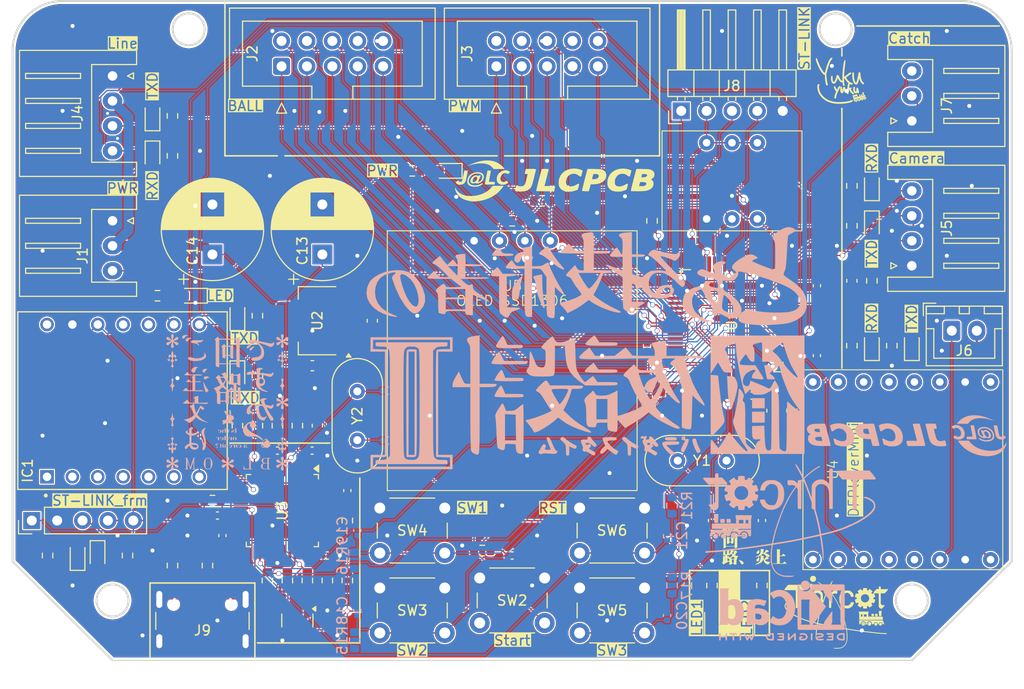
<source format=kicad_pcb>
(kicad_pcb (version 20240108) (generator "pcbnew") (generator_version "8.0")
  (layers (0 "F.Cu" signal) (31 "B.Cu" signal) (34 "B.Paste" user) (35 "F.Paste" user) (36 "B.SilkS" user "B.Silkscreen") (37 "F.SilkS" user "F.Silkscreen") (38 "B.Mask" user) (39 "F.Mask" user) (44 "Edge.Cuts" user))
  (net 0 "")
  (net 2 "VDD")
  (net 8 "/USART3_TXD")
  (net 11 "GND")
  (net 12 "/USART3_RXD")
  (net 13 "/LED_Seed")
  (net 14 "/ST-LINK/BOOT0")
  (net 15 "/I2C2_SDA")
  (net 16 "Net-(D3-A)")
  (net 17 "Net-(D5-A)")
  (net 18 "Net-(D6-A)")
  (net 19 "Net-(D7-A)")
  (net 20 "Net-(U3-PC14)")
  (net 21 "Net-(U3-PB12)")
  (net 22 "Net-(D4-A)")
  (net 23 "Net-(U3-PC13)")
  (net 24 "/BOOT0")
  (net 25 "T_DIO")
  (net 26 "Net-(J9-CC1)")
  (net 27 "/BOOT1")
  (net 28 "Net-(D12-A)")
  (net 29 "/LED_Debug2")
  (net 30 "Net-(D2-A)")
  (net 31 "+5V")
  (net 32 "Net-(D1-A)")
  (net 33 "VDDA")
  (net 34 "/LED_Debug1")
  (net 35 "Net-(D11-A)")
  (net 36 "/SW_3")
  (net 37 "/SW_2")
  (net 38 "/SW_1")
  (net 39 "Net-(J9-CC2)")
  (net 40 "Net-(Q1-E)")
  (net 41 "/ST-LINK/D+")
  (net 42 "Net-(Q1-B)")
  (net 43 "/SW_START")
  (net 44 "/ST-LINK/U_RENUMn")
  (net 45 "/ST-LINK/PA0")
  (net 46 "Net-(D13-A)")
  (net 47 "USART1_TXD")
  (net 48 "Net-(D14-K)")
  (net 49 "Net-(D8-A)")
  (net 50 "Net-(D10-A)")
  (net 51 "Net-(D9-A)")
  (net 52 "USART1_RXD")
  (net 53 "/I2C2_SCL")
  (net 54 "/TIM3_CH1")
  (net 55 "/2")
  (net 57 "/USART6_RXD")
  (net 58 "/7")
  (net 59 "/TIM4_CH1")
  (net 60 "/TIM3_CH2")
  (net 61 "/OSC_IN")
  (net 62 "T_CLK")
  (net 64 "/TIM4_CH2")
  (net 65 "/USART2_TXD")
  (net 66 "/BALL_IN")
  (net 68 "/TIM4_CH4")
  (net 69 "/OSC_OUT")
  (net 70 "/6")
  (net 72 "/TIM5_CH2")
  (net 73 "/8")
  (net 74 "/TIM5_CH1")
  (net 75 "/USART6_TXD")
  (net 76 "/TIM3_CH4")
  (net 77 "/4")
  (net 78 "/TIM4_CH3")
  (net 79 "/1")
  (net 80 "Net-(U1-VCAP_1)")
  (net 81 "/TIM3_CH3")
  (net 82 "/SHOT")
  (net 83 "/USART5_RXD")
  (net 84 "/3")
  (net 85 "/5")
  (net 88 "/DIN")
  (net 89 "/USART2_RXD")
  (net 90 "/USART5_TXD")
  (net 92 "/ST-LINK/STA_LED")
  (net 93 "/ST-LINK/MCO")
  (net 94 "/ST-LINK/D-")
  (net 96 "/ST-LINK/OSC_OUT")
  (net 97 "/ST-LINK/T_SWO")
  (net 99 "/ST-LINK/T_JTSK")
  (net 103 "/ST-LINK/T_JTDI")
  (net 104 "/ST-LINK/T_JTDO")
  (net 111 "/ST-LINK/SWDIO")
  (net 113 "/ST-LINK/OSC_IN")
  (net 116 "/ST-LINK/SWCLK")
  (net 117 "Net-(F1-Pad1)")
  (net 121 "/Speaker+")
  (net 125 "/Speaker-")
  (net 129 "/ST-LINK/U_D+")
  (net 130 "/ST-LINK/U_D-")
  (net 135 "T_NRST")
  (net 136 "/ST-LINK/NRST")
  (footprint "Resistor_SMD:R_0603_1608Metric" (layer "F.Cu") (at 149 83)
    (property "Reference" "R1" (hide yes))
    (property "Value" "10k")
  )
  (footprint "Crystal:Crystal_HC49-4H_Vertical" (layer "F.Cu") (at 143.5 109.95 90)
    (property "Reference" "Y2")
    (property "Value" "8mHz")
  )
  (footprint "BMX055DIP:BMX055DIP" (layer "F.Cu") (at 181 84 90)
    (property "Reference" "U6" (hide yes))
    (property "Value" "~")
  )
  (footprint "Package_QFP:LQFP-48_7x7mm_P0.5mm" (layer "F.Cu") (at 136 117 -90)
    (property "Reference" "U3")
    (property "Value" "STM32F103CBTx")
  )
  (footprint "Logo:Yukuyuku" (layer "F.Cu") (at 191.75 73.5)
    (property "Reference" "G***" (hide yes))
    (property "Value" "LOGO" (hide yes))
  )
  (footprint "LED_SMD:LED_0603_1608Metric" (layer "F.Cu") (at 152.5 83 180)
    (property "Reference" "D1" (hide yes))
    (property "Value" "LED")
  )
  (footprint "Capacitor_SMD:C_0402_1005Metric" (layer "F.Cu") (at 179 118 -90)
    (property "Reference" "C23" (hide yes))
    (property "Value" "10pF")
  )
  (footprint "Button_Switch_THT:SW_PUSH_6mm" (layer "F.Cu") (at 145.75 124.75)
    (property "Reference" "SW3")
    (property "Value" "SW_Push")
  )
  (footprint "xiao ESP32C3_PCB:Seed_XIAO_ESP32C3" (layer "F.Cu") (at 120 106 90)
    (property "Reference" "IC1")
    (property "Value" "Seed_XIAO_ESP32C3")
  )
  (footprint "Connector_PinHeader_2.54mm:PinHeader_1x05_P2.54mm_Horizontal" (layer "F.Cu") (at 175.92 77 90)
    (property "Reference" "J8")
    (property "Value" "ST-LINK")
  )
  (footprint "Capacitor_SMD:C_0402_1005Metric" (layer "F.Cu") (at 174 105.5 90)
    (property "Reference" "C7" (hide yes))
    (property "Value" "0.1uF")
  )
  (footprint "Resistor_SMD:R_0603_1608Metric" (layer "F.Cu") (at 133.5 103.5 90)
    (property "Reference" "R11" (hide yes))
    (property "Value" "10k")
  )
  (footprint "Resistor_SMD:R_0603_1608Metric" (layer "F.Cu") (at 197 100.5 90)
    (property "Reference" "R12" (hide yes))
    (property "Value" "10k")
  )
  (footprint "Connector_JST:JST_XH_S3B-XH-A_1x03_P2.50mm_Horizontal" (layer "F.Cu") (at 199 78 90)
    (property "Reference" "J7")
    (property "Value" "Catch")
  )
  (footprint "LED_SMD:LED_0603_1608Metric" (layer "F.Cu") (at 131.5 103.5 -90)
    (property "Reference" "D8" (hide yes))
    (property "Value" "LED")
  )
  (footprint "Capacitor_THT:CP_Radial_D10.0mm_P5.00mm" (layer "F.Cu") (at 140 91.3677 90)
    (property "Reference" "C13")
    (property "Value" "120uF")
  )
  (footprint "Resistor_SMD:R_0603_1608Metric" (layer "F.Cu") (at 128.5 122.5 -90)
    (property "Reference" "R29" (hide yes))
    (property "Value" "5.1k")
  )
  (footprint "LED_SMD:LED_0603_1608Metric" (layer "F.Cu") (at 123 81.5 -90)
    (property "Reference" "D4" (hide yes))
    (property "Value" "LED")
  )
  (footprint "Resistor_SMD:R_0603_1608Metric" (layer "F.Cu") (at 137.5 108.5 90)
    (property "Reference" "R27" (hide yes))
    (property "Value" "10k")
  )
  (footprint "Capacitor_SMD:C_0402_1005Metric" (layer "F.Cu") (at 159 121.5)
    (property "Reference" "C17" (hide yes))
    (property "Value" "0.1uF")
  )
  (footprint "Resistor_SMD:R_0603_1608Metric" (layer "F.Cu") (at 135.5 108.5 90)
    (property "Reference" "R24" (hide yes))
    (property "Value" "10k")
  )
  (footprint "Resistor_SMD:R_0603_1608Metric" (layer "F.Cu") (at 133.5 108.5 -90)
    (property "Reference" "R34" (hide yes))
    (property "Value" "4.7k")
  )
  (footprint "Resistor_SMD:R_0603_1608Metric" (layer "F.Cu") (at 125 77.5 90)
    (property "Reference" "R6" (hide yes))
    (property "Value" "10k")
  )
  (footprint "Fuse:Fuse_0402_1005Metric" (layer "F.Cu") (at 131 123 90)
    (property "Reference" "F1" (hide yes))
    (property "Value" "350mA")
  )
  (footprint "DFPlayerMini:DFPlayerMini" (layer "F.Cu") (at 188.1 112.912 90)
    (property "Reference" "U4")
    (property "Value" "~")
  )
  (footprint "LED_SMD:LED_0603_1608Metric" (layer "F.Cu") (at 127 95.5 180)
    (property "Reference" "D2" (hide yes))
    (property "Value" "LED")
  )
  (footprint "Capacitor_SMD:C_0603_1608Metric" (layer "F.Cu") (at 145 98 -90)
    (property "Reference" "C2" (hide yes))
    (property "Value" "10uF")
  )
  (footprint "Package_TO_SOT_SMD:SOT-223" (layer "F.Cu") (at 139.5 98 180)
    (property "Reference" "U2")
    (property "Value" "AZ1117CH-3_3TRG1")
  )
  (footprint "Capacitor_SMD:C_0402_1005Metric" (layer "F.Cu") (at 183 105.5 180)
    (property "Reference" "C12" (hide yes))
    (property "Value" "0.1uF")
  )
  (footprint "Resistor_SMD:R_0603_1608Metric" (layer "F.Cu") (at 184 124.5 -90)
    (property "Reference" "R19" (hide yes))
    (property "Value" "10k")
  )
  (footprint "Logo:JLCPCB" (layer "F.Cu") (at 163.25 84)
    (property "Reference" "G***" (hide yes))
    (property "Value" "LOGO" (hide yes))
  )
  (footprint "Resistor_SMD:R_0603_1608Metric" (layer "F.Cu") (at 125 122.5 -90)
    (property "Reference" "R28" (hide yes))
    (property "Value" "5.1k")
  )
  (footprint "Resistor_SMD:R_0603_1608Metric" (layer "F.Cu") (at 179 124.5 -90)
    (property "Reference" "R18" (hide yes))
    (property "Value" "10k")
  )
  (footprint "Capacitor_SMD:C_0402_1005Metric" (layer "F.Cu") (at 189.5 101.5 -90)
    (property "Reference" "C8" (hide yes))
    (property "Value" "0.1uF")
  )
  (footprint "Capacitor_SMD:C_0603_1608Metric" (layer "F.Cu") (at 139 102.5)
    (property "Reference" "C3" (hide yes))
    (property "Value" "22uF")
  )
  (footprint "Capacitor_SMD:C_0402_1005Metric" (layer "F.Cu") (at 135.5 111)
    (property "Reference" "C29" (hide yes))
    (property "Value" "0.1uF")
  )
  (footprint "LED_SMD:LED_0603_1608Metric" (layer "F.Cu") (at 184 128 90)
    (property "Reference" "D12" (hide yes))
    (property "Value" "LED")
  )
  (footprint "Capacitor_SMD:C_0402_1005Metric" (layer "F.Cu") (at 142.5 115 -90)
    (property "Reference" "C16" (hide yes))
    (property "Value" "0.1uF")
  )
  (footprint "Button_Switch_THT:SW_PUSH_6mm" (layer "F.Cu") (at 165.75 116.75)
    (property "Reference" "SW6")
    (property "Value" "SW_Push")
  )
  (footprint "Resistor_SMD:R_0603_1608Metric" (layer "F.Cu") (at 120.5 121.5 -90)
    (property "Reference" "R36" (hide yes))
    (property "Value" "1k")
  )
  (footprint "Capacitor_SMD:C_0402_1005Metric" (layer "F.Cu") (at 187 104 90)
    (property "Reference" "C5" (hide yes))
    (property "Value" "0.1uF")
  )
  (footprint "Capacitor_SMD:C_0402_1005Metric" (layer "F.Cu") (at 172.5 100.5 90)
    (property "Reference" "C15" (hide yes))
    (property "Value" "0.1uF")
  )
  (footprint "LED_SMD:LED_0603_1608Metric" (layer "F.Cu") (at 195 100.5 90)
    (property "Reference" "D10" (hide yes))
    (property "Value" "LED")
  )
  (footprint "Connector_JST:JST_XH_S4B-XH-A_1x04_P2.50mm_Horizontal" (layer "F.Cu") (at 119 73.5 -90)
    (property "Reference" "J4")
    (property "Value" "Line")
  )
  (footprint "Package_TO_SOT_SMD:SOT-23" (layer "F.Cu") (at 137.5 128 -90)
    (property "Reference" "Q1" (hide yes))
    (property "Value" "MMBT3904")
  )
  (footprint "Button_Switch_THT:SW_PUSH_6mm" (layer "F.Cu") (at 165.75 124.75)
    (property "Reference" "SW5")
    (property "Value" "SW_Push")
  )
  (footprint "Resistor_SMD:R_0603_1608Metric" (layer "F.Cu") (at 133.5 97.5 90)
    (property "Reference" "R10" (hide yes))
    (property "Value" "10k")
  )
  (footprint "Capacitor_SMD:C_0603_1608Metric" (layer "F.Cu") (at 193 94 90)
    (property "Reference" "C1" (hide yes))
    (property "Value" "4.7uF")
  )
  (footprint "Resistor_SMD:R_0603_1608Metric" (layer "F.Cu") (at 125 81.5 -90)
    (property "Reference" "R7" (hide yes))
    (property "Value" "10k")
  )
  (footprint "Capacitor_SMD:C_0603_1608Metric" (layer "F.Cu") (at 185 107 -90)
    (property "Reference" "C11" (hide yes))
    (property "Value" "1uF")
  )
  (footprint "Package_QFP:LQFP-64_10x10mm_P0.5mm" (layer "F.Cu") (at 181 98 90)
    (property "Reference" "U1")
    (property "Value" "STM32F446RETx")
  )
  (footprint "Connector_JST:JST_XH_B2B-XH-A_1x02_P2.50mm_Vertical" (layer "F.Cu") (at 203 99)
    (property "Reference" "J6")
    (property "Value" "Speaker")
  )
  (footprint "Capacitor_SMD:C_0402_1005Metric" (layer "F.Cu") (at 129.5 117.5 180)
    (property "Reference" "C24" (hide yes))
    (property "Value" "0.1uF")
  )
  (footprint "Capacitor_THT:CP_Radial_D10.0mm_P5.00mm" (layer "F.Cu") (at 129 91.3677 90)
    (property "Reference" "C14")
    (property "Value" "120uF")
  )
  (footprint "Logo:Kairo_Enzyou" (layer "F.Cu") (at 183.5 120.5)
    (property "Reference" "G***" (hide yes))
    (property "Value" "LOGO" (hide yes))
  )
  (footprint "LED_SMD:LED_0603_1608Metric" (layer "F.Cu") (at 199 100.5 90)
    (property "Reference" "D9" (hide yes))
    (property "Value" "LED")
  )
  (footprint "Resistor_SMD:R_0603_1608Metric" (layer "F.Cu") (at 142.5 118 -90)
    (property "Reference" "R23" (hide yes))
    (property "Value" "10k")
  )
  (footprint "Resistor_SMD:R_0603_1608Metric" (layer "F.Cu") (at 195 94 90)
    (property "Reference" "R20" (hide yes))
    (property "Value" "10k")
  )
  (footprint "Capacitor_SMD:C_0402_1005Metric" (layer "F.Cu") (at 177.5 90)
    (property "Reference" "C10" (hide yes))
    (property "Value" "0.1uF")
  )
  (footprint "LED_SMD:LED_0603_1608Metric" (layer "F.Cu") (at 195 88.5 -90)
    (property "Reference" "D5" (hide yes))
    (property "Value" "LED")
  )
  (footprint "Crystal:Crystal_HC49-4H_Vertical" (layer "F.Cu") (at 180.45 112 180)
    (property "Reference" "Y1")
    (property "Value" "8MHz")
  )
  (footprint "Resistor_SMD:R_0603_1608Metric" (layer "F.Cu") (at 123.5 95.5)
    (property "Reference" "R5" (hide yes))
    (property "Value" "10k")
  )
  (footprint "Connector_IDC:IDC-Header_2x05_P2.54mm_Vertical" (layer "F.Cu") (at 135.92 72.54 90)
    (property "Reference" "J2")
    (property "Value" "Ball")
  )
  (footprint "Resistor_SMD:R_0603_1608Metric" (layer "F.Cu") (at 193 84.5 90)
    (property "Reference" "R9" (hide yes))
    (property "Value" "10k")
  )
  (footprint "Resistor_SMD:R_0603_1608Metric" (layer "F.Cu") (at 156 121)
    (property "Reference" "R14" (hide yes))
    (property "Value" "10k")
  )
  (footprint "Button_Switch_THT:SW_PUSH_6mm" (layer "F.Cu") (at 155.75 123.75)
    (property "Reference" "SW2")
    (property "Value" "SW_Push")
  )
  (footprint "Capacitor_SMD:C_0402_1005Metric" (layer "F.Cu") (at 184 118 -90)
    (property "Reference" "C22" (hide yes))
    (property "Value" "10pF")
  )
  (footprint "Capacitor_SMD:C_0402_1005Metric" (layer "F.Cu") (at 140.5 121.5)
    (property "Reference" "C33" (hide yes))
    (property "Value" "0.1uF")
  )
  (footprint "Connector_PinHeader_2.54mm:PinHeader_1x05_P2.54mm_Vertical" (layer "F.Cu") (at 110.92 118 90)
    (property "Reference" "J11" (hide yes))
    (property "Value" "Conn_01x05")
  )
  (footprint "Button_Switch_THT:SW_PUSH_6mm" (layer "F.Cu") (at 145.75 116.75)
    (property "Reference" "SW4")
    (property "Value" "SW_Push")
  )
  (footprint "LED_SMD:LED_0603_1608Metric" (layer "F.Cu") (at 195 84.5 90)
    (property "Reference" "D6" (hide yes))
    (property "Value" "LED")
  )
  (footprint "Resistor_SMD:R_0603_1608Metric" (layer "F.Cu") (at 173 88 90)
    (property "Reference" "R22" (hide yes))
    (property "Value" "10k")
  )
  (footprint "LED_SMD:LED_0603_1608Metric" (layer "F.Cu") (at 179 128 90)
    (property "Reference" "D11" (hide yes))
    (property "Value" "LED")
  )
  (footprint "Connector_IDC:IDC-Header_2x05_P2.54mm_Vertical" (layer "F.Cu") (at 157.42 72.54 90)
    (property "Reference" "J3")
    (property "Value" "MotorDriver")
  )
  (footprint "Resistor_SMD:R_0603_1608Metric" (layer "F.Cu") (at 159 88)
    (property "Reference" "R2" (hide yes))
    (property "Value" "10k")
  )
  (footprint "Connector_JST:JST_XH_S4B-XH-A_1x04_P2.50mm_Horizontal" (layer "F.Cu") (at 199 92.5 90)
    (property "Reference" "J5")
    (property "Value" "Camera")
  )
  (footprint "Connector_JST:JST_XH_S3B-XH-A_1x03_P2.50mm_Horizontal" (layer "F.Cu") (at 119 88 -90)
    (property "Reference" "J1")
    (property "Value" "PWR_IN")
  )
  (footprint "LED_SMD:LED_0603_1608Metric" (layer "F.Cu") (at 115.5 121.5 90)
    (property "Reference" "D14" (hide yes))
    (property "Value" "LED")
  )
  (footprint "LED_SMD:LED_0603_1608Metric" (layer "F.Cu") (at 117.5 121.5 -90)
    (property "Reference" "D13" (hide yes))
    (property "Value" "LED")
  )
  (footprint "Resistor_SMD:R_0603_1608Metric" (layer "F.Cu") (at 193 88.5 -90)
    (property "Reference" "R8" (hide yes))
    (property "Value" "10k")
  )
  (footprint "Capacitor_SMD:C_0402_1005Metric" (layer "F.Cu") (at 138.98 111 180)
    (property "Reference" "C28" (hide yes))
    (property "Value" "0.1uF")
  )
  (footprint "Resistor_SMD:R_0603_1608Metric" (layer "F.Cu") (at 136.5 124 90)
    (property "Reference" "R30" (hide yes))
    (property "Value" "1.5k")
  )
  (footprint "Resistor_SMD:R_0603_1608Metric" (layer "F.Cu") (at 134.5 124 -90)
    (property "Reference" "R25" (hide yes))
    (property "Value" "100")
  )
  (footprint "Resistor_SMD:R_0603_1608Metric" (layer "F.Cu") (at 140.5 124 90)
    (property "Reference" "R32" (hide yes))
    (property "Value" "39k")
  )
  (footprint "Capacitor_SMD:C_0603_1608Metric" (layer "F.Cu") (at 139.5 108.5 -90)
    (property "Reference" "C25" (hide yes))
    (property "Value" "4.7uF")
  )
  (footprint "Connector_USB:USB_C_Receptacle_GCT_USB4105-xx-A_16P_TopMnt_Horizontal" (layer "F.Cu") (at 128 129)
    (property "Reference" "J9")
    (property "Value" "USB_C_Receptacle_USB2.0_16P")
  )
  (footprint "Resistor_SMD:R_0603_1608Metric" (layer "F.Cu") (at 129 116)
    (property "Reference" "R26" (hide yes))
    (property "Value" "10k")
  )
  (footprint "Resistor_SMD:R_0603_1608Metric" (layer "F.Cu") (at 138.5 124 -90)
    (property "Reference" "R31" (hide yes))
    (property "Value" "10k")
  )
  (footprint "LED_SMD:LED_0603_1608Metric" (layer "F.Cu") (at 131.5 97.5 90)
    (property "Reference" "D7" (hide yes))
    (property "Value" "LED")
  )
  (footprint "Capacitor_SMD:C_0603_1608Metric" (layer "F.Cu") (at 172.5 105 90)
    (property "Reference" "C6" (hide yes))
    (property "Value" "4.7uF")
  )
  (footprint "Resistor_SMD:R_0603_1608Metric" (layer "F.Cu") (at 193 100.5 90)
    (property "Reference" "R13" (hide yes))
    (property "Value" "10k")
  )
  (footprint "Resistor_SMD:R_0603_1608Metric" (layer "F.Cu") (at 112.5 121.5 90)
    (property "Reference" "R37" (hide yes))
    (property "Value" "1k")
  )
  (footprint "Resistor_SMD:R_0603_1608Metric" (layer "F.Cu") (at 131.5 108.5 90)
    (property "Reference" "R35" (hide yes))
    (property "Value" "4.7k")
  )
  (footprint "Resistor_SMD:R_0603_1608Metric" (layer "F.Cu") (at 162 86)
    (property "Reference" "R3" (hide yes))
    (property "Value" "10k")
  )
  (footprint "Logo:Thrcot-Mini" (layer "F.Cu") (at 191.5 125.5)
    (property "Reference" "G***" (hide yes))
    (property "Value" "LOGO" (hide yes))
  )
  (footprint "LED_SMD:LED_0603_1608Metric" (layer "F.Cu") (at 123 77.5 90)
    (property "Reference" "D3" (hide yes))
    (property "Value" "LED")
  )
  (footprint "Resistor_SMD:R_0603_1608Metric" (layer "F.Cu") (at 142.5 124 90)
    (property "Reference" "R33" (hide yes))
    (property "Value" "100")
  )
  (footprint "Capacitor_SMD:C_0402_1005Metric" (layer "F.Cu") (at 189.5 94.5 -90)
    (property "Reference" "C9" (hide yes))
    (property "Value" "0.1uF")
  )
  (footprint "OLED:SSD1306" (layer "F.Cu") (at 159 90)
    (property "Reference" "U5")
    (property "Value" "~")
  )
  (footprint "Capacitor_SMD:C_0402_1005Metric" (layer "F.Cu") (at 183.5 107.5 -90)
    (property "Reference" "C4" (hide yes))
    (property "Value" "0.1uF")
  )
  (footprint "Capacitor_SMD:C_0402_1005Metric" (layer "F.Cu") (at 130 119.5 90)
    (property "Reference" "C31" (hide yes))
    (property "Value" "0.1uF")
  )
  (footprint "Inductor_SMD:L_0603_1608Metric" (layer "F.Cu") (at 187 107 -90)
    (property "Reference" "FB1" (hide yes))
    (property "Value" "FerriteBead")
  )
  (footprint "Logo:Thrcot" (layer "B.Cu") (at 186.633732 114.773581 180)
    (property "Reference" "G***" (hide yes))
    (property "Value" "LOGO" (hide yes))
  )
  (footprint "Capacitor_SMD:C_0402_1005Metric" (layer "B.Cu") (at 146.5 105)
    (property "Reference" "C32" (hide yes))
    (property "Value" "10pF")
  )
  (footprint "Resistor_SMD:R_0603_1608Metric" (layer "B.Cu") (at 143.23 130 90)
    (property "Reference" "R15")
    (property "Value" "10k")
  )
  (footprint "Logo:toarugizyutusya" (layer "B.Cu") (at 166.75 100.5 180)
    (property "Reference" "G***" (hide yes))
    (property "Value" "LOGO" (hide yes))
  )
  (footprint "Capacitor_SMD:C_0402_1005Metric" (layer "B.Cu") (at 174.5 127.5 90)
    (property "Reference" "C20")
    (property "Value" "0.1uF")
  )
  (footprint "Logo:GotyuumonohaKairoDesuka" (layer "B.Cu") (at 130.4775 106 180)
    (property "Reference" "G***" (hide yes))
    (property "Value" "LOGO" (hide yes))
  )
  (footprint "Logo:JLCPCB" (layer "B.Cu") (at 198.5 109.5 180)
    (property "Reference" "G***" (hide yes))
    (property "Value" "LOGO" (hide yes))
  )
  (footprint "Resistor_SMD:R_0603_1608Metric" (layer "B.Cu") (at 143.23 122 90)
    (property "Reference" "R16")
    (property "Value" "10k")
  )
  (footprint "Capacitor_SMD:C_0402_1005Metric" (layer "B.Cu") (at 143.5 127 90)
    (property "Reference" "C18")
    (property "Value" "0.1uF")
  )
  (footprint "Capacitor_SMD:C_0402_1005Metric" (layer "B.Cu") (at 174.5 119.5 90)
    (property "Reference" "C21")
    (property "Value" "0.1uF")
  )
  (footprint "Capacitor_SMD:C_0402_1005Metric" (layer "B.Cu") (at 146.5 110)
    (property "Reference" "C30" (hide yes))
    (property "Value" "10pF")
  )
  (footprint "Resistor_SMD:R_0603_1608Metric" (layer "B.Cu") (at 175 116.5 -90)
    (property "Reference" "R21")
    (property "Value" "10k")
  )
  (footprint "Capacitor_SMD:C_0402_1005Metric" (layer "B.Cu") (at 143.5 119 90)
    (property "Reference" "C19")
    (property "Value" "0.1uF")
  )
  (footprint "Resistor_SMD:R_0603_1608Metric" (layer "B.Cu") (at 175 124.5 -90)
    (property "Reference" "R17")
    (property "Value" "10k")
  )
  (footprint "Symbol:KiCad-Logo2_5mm_SilkScreen" (layer "B.Cu") (at 186 127 180)
    (property "Reference" "REF**" (hide yes))
    (property "Value" "KiCad-Logo2_5mm_SilkScreen" (hide yes))
  )
  (gr_line (start 133.25 124.25) (end 133.25 131.75) (stroke (width 0.15)) (layer "F.SilkS"))
  (gr_line (start 176.75 123) (end 184.75 123) (stroke (width 0.15)) (layer "F.SilkS"))
  (gr_line (start 173.75 81.5) (end 173.75 66.5) (stroke (width 0.15)) (layer "F.SilkS"))
  (gr_line (start 143.75 130.25) (end 143.75 113.75) (stroke (width 0.15)) (layer "F.SilkS"))
  (gr_line (start 192 102.75) (end 192 76.75) (stroke (width 0.15)) (layer "F.SilkS"))
  (gr_line (start 130.25 66.25) (end 130.25 81.5) (stroke (width 0.15)) (layer "F.SilkS"))
  (gr_line (start 193.5 68.5) (end 207.75 68.5) (stroke (width 0.15)) (layer "F.SilkS"))
  (gr_line (start 140.5 110.25) (end 140.75 110.25) (stroke (width 0.15)) (layer "F.SilkS"))
  (gr_line (start 154 81.5) (end 157.5 81.5) (stroke (width 0.15)) (layer "F.SilkS"))
  (gr_line (start 133.5 130.25) (end 143.75 130.25) (stroke (width 0.15)) (layer "F.SilkS"))
  (gr_line (start 122.75 124.25) (end 133.25 124.25) (stroke (width 0.15)) (layer "F.SilkS"))
  (gr_line (start 173.75 66.5) (end 173.75 66.25) (stroke (width 0.15)) (layer "F.SilkS"))
  (gr_line (start 158.25 81.5) (end 173.75 81.5) (stroke (width 0.15)) (layer "F.SilkS"))
  (gr_line (start 192 71.5) (end 192 70.75) (stroke (width 0.15)) (layer "F.SilkS"))
  (gr_rect (start 179.735 123) (end 181.75 129.485) (stroke (width 0.15)) (fill solid) (layer "F.SilkS"))
  (gr_line (start 130.25 81.5) (end 135.5 81.5) (stroke (width 0.15)) (layer "F.SilkS"))
  (gr_line (start 130.75 110.25) (end 140.5 110.25) (stroke (width 0.15)) (layer "F.SilkS"))
  (gr_line (start 176.75 129.5) (end 184.75 129.5) (stroke (width 0.15)) (layer "F.SilkS"))
  (gr_line (start 184.75 129.5) (end 184.75 123) (stroke (width 0.15)) (layer "F.SilkS"))
  (gr_line (start 136.25 81.5) (end 151 81.5) (stroke (width 0.15)) (layer "F.SilkS"))
  (gr_line (start 151 81.5) (end 154 81.5) (stroke (width 0.15)) (layer "F.SilkS"))
  (gr_line (start 176.75 123) (end 176.75 129.5) (stroke (width 0.15)) (layer "F.SilkS"))
  (gr_line (start 122.75 131.75) (end 122.75 124.25) (stroke (width 0.15)) (layer "F.SilkS"))
  (gr_circle (center 119 125.999968) (end 117.4 125.999968) (stroke (width 0.2)) (fill none) (layer "Edge.Cuts"))
  (gr_line (start 209 122.099966) (end 209 70.999967) (stroke (width 0.2)) (layer "Edge.Cuts"))
  (gr_arc (start 109 70.999967) (mid 110.464466 67.464433) (end 114 65.999967) (stroke (width 0.2)) (layer "Edge.Cuts"))
  (gr_circle (center 191.376328 68.832529) (end 189.776328 68.832529) (stroke (width 0.2)) (fill none) (layer "Edge.Cuts"))
  (gr_line (start 204.000001 65.999967) (end 114 65.999967) (stroke (width 0.2)) (layer "Edge.Cuts"))
  (gr_circle (center 126.623672 68.832529) (end 125.023672 68.832529) (stroke (width 0.2)) (fill none) (layer "Edge.Cuts"))
  (gr_arc (start 204.000001 65.999967) (mid 207.535534 67.464433) (end 209 70.999967) (stroke (width 0.2)) (layer "Edge.Cuts"))
  (gr_line (start 108.999494 122.099966) (end 119 132) (stroke (width 0.2)) (layer "Edge.Cuts"))
  (gr_line (start 119 132) (end 199 132) (stroke (width 0.1)) (layer "Edge.Cuts"))
  (gr_line (start 209.000506 122.099966) (end 209 122.099966) (stroke (width 0.2)) (layer "Edge.Cuts"))
  (gr_line (start 199 132) (end 209.000506 122.099966) (stroke (width 0.2)) (layer "Edge.Cuts"))
  (gr_line (start 109 122.099966) (end 108.999494 122.099966) (stroke (width 0.2)) (layer "Edge.Cuts"))
  (gr_circle (center 199.000001 125.999968) (end 197.400001 125.999968) (stroke (width 0.2)) (fill none) (layer "Edge.Cuts"))
  (gr_line (start 109 70.999967) (end 109 122.099966) (stroke (width 0.2)) (layer "Edge.Cuts"))
  (gr_text "SW2" (at 149 131 0) (layer "F.SilkS" knockout) (effects (font (size 1 1))))
  (gr_text "SW3" (at 169 131 0) (layer "F.SilkS" knockout) (effects (font (size 1 1))))
  (gr_text "TXD" (at 132.25 99.75 0) (layer "F.SilkS" knockout) (effects (font (size 1 1))))
  (gr_text "RXD" (at 132.25 105.75 0) (layer "F.SilkS" knockout) (effects (font (size 1 1))))
  (gr_text "Camera" (at 199.5 81.75 0) (layer "F.SilkS" knockout) (effects (font (size 1 1))))
  (gr_text "LED1" (at 177.5 127.75 90) (layer "F.SilkS" knockout) (effects (font (size 1 1))))
  (gr_text "RST" (at 163 116.75 0) (layer "F.SilkS" knockout) (effects (font (size 1 1))))
  (gr_text "RXD" (at 195 97.75 90) (layer "F.SilkS" knockout) (effects (font (size 1 1))))
  (gr_text "PWR" (at 120 84.75 0) (layer "F.SilkS" knockout) (effects (font (size 1 1))))
  (gr_text "TXD" (at 199 97.75 90) (layer "F.SilkS" knockout) (effects (font (size 1 1))))
  (gr_text "RXD" (at 195 81.75 90) (layer "F.SilkS" knockout) (effects (font (size 1 1))))
  (gr_text "ST-LINK_frm" (at 117.75 116 0) (layer "F.SilkS" knockout) (effects (font (size 1 1))))
  (gr_text "BALL" (at 132.25 76.5 0) (layer "F.SilkS" knockout) (effects (font (size 1 1))))
  (gr_text "LED" (at 129.75 95.5 0) (layer "F.SilkS" knockout) (effects (font (size 1 1))))
  (gr_text "PWM" (at 154.25 76.5 0) (layer "F.SilkS" knockout) (effects (font (size 1 1))))
  (gr_text "LED2" (at 182.5 127.75 90) (layer "F.SilkS" knockout) (effects (font (size 1 1))))
  (gr_text "RXD" (at 123 84.5 90) (layer "F.SilkS" knockout) (effects (font (size 1 1))))
  (gr_text "ST-LINK" (at 188.25 69.75 90) (layer "F.SilkS" knockout) (effects (font (size 1 1))))
  (gr_text "Line" (at 120 70.25 0) (layer "F.SilkS" knockout) (effects (font (size 1 1))))
  (gr_text "SW1" (at 155 116.75 0) (layer "F.SilkS" knockout) (effects (font (size 1 1))))
  (gr_text "Catch" (at 198.75 69.75 0) (layer "F.SilkS" knockout) (effects (font (size 1 1))))
  (gr_text "TXD" (at 195 91.25 90) (layer "F.SilkS" knockout) (effects (font (size 1 1))))
  (gr_text "Start" (at 159 130 0) (layer "F.SilkS" knockout) (effects (font (size 1 1))))
  (gr_text "PWR" (at 146 83 0) (layer "F.SilkS" knockout) (effects (font (size 1 1))))
  (gr_text "TXD" (at 123 74.5 90) (layer "F.SilkS" knockout) (effects (font (size 1 1))))
  (segment (start 163.7455 70.22599) (end 162.93099 71.0405) (width 0.127) (layer "F.Cu") (net 2))
  (segment (start 136.35 97.7965) (end 134.0285 97.7965) (width 0.127) (layer "F.Cu") (net 2))
  (segment (start 133.5 104.325) (end 135.325 102.5) (width 0.127) (layer "F.Cu") (net 2))
  (segment (start 138.933 101.792) (end 140.1384 101.792) (width 0.127) (layer "F.Cu") (net 2))
  (segment (start 170.4195 68.9595) (end 164.60901 68.9595) (width 0.127) (layer "F.Cu") (net 2))
  (segment (start 142.5 127.0593) (end 154.2141 127.0593) (width 0.127) (layer "F.Cu") (net 2))
  (segment (start 156.9921 124.2813) (end 156.9921 122.8171) (width 0.127) (layer "F.Cu") (net 2))
  (segment (start 139.6825 121.1625) (end 140.02 121.5) (width 0.127) (layer "F.Cu") (net 2))
  (segment (start 199.5562 76.5406) (end 199.5562 76.0562) (width 0.127) (layer "F.Cu") (net 2))
  (segment (start 177.5909 96.8594) (end 177.5909 97.2766) (width 0.127) (layer "F.Cu") (net 2))
  (segment (start 187.6897 105.1697) (end 187 104.48) (width 0.127) (layer "F.Cu") (net 2))
  (segment (start 139.6223 107.725) (end 140.9167 109.0194) (width 0.127) (layer "F.Cu") (net 2))
  (segment (start 131.0686 113.8865) (end 132.6389 113.8865) (width 0.127) (layer "F.Cu") (net 2))
  (segment (start 129.6895 118.0362) (end 130.264 118.0362) (width 0.127) (layer "F.Cu") (net 2))
  (segment (start 130 119.98) (end 131.6075 119.98) (width 0.127) (layer "F.Cu") (net 2))
  (segment (start 135.325 102.5) (end 138.225 102.5) (width 0.127) (layer "F.Cu") (net 2))
  (segment (start 140.4277 106.7973) (end 139.5 107.725) (width 0.127) (layer "F.Cu") (net 2))
  (segment (start 129.5 117.8467) (end 129.6895 118.0362) (width 0.127) (layer "F.Cu") (net 2))
  (segment (start 133.8732 108.6332) (end 134.5151 109.2751) (width 0.127) (layer "F.Cu") (net 2))
  (segment (start 125 80.675) (end 124.175 81.5) (width 0.127) (layer "F.Cu") (net 2))
  (segment (start 125 78.325) (end 125 80.675) (width 0.127) (layer "F.Cu") (net 2))
  (segment (start 199.5562 76.0562) (end 199 75.5) (width 0.127) (layer "F.Cu") (net 2))
  (segment (start 196.3297 100.6547) (end 197 101.325) (width 0.127) (layer "F.Cu") (net 2))
  (segment (start 121.08 118) (end 122.1206 118) (width 0.127) (layer "F.Cu") (net 2))
  (segment (start 135.4297 114.25) (end 135.4297 117.1839) (width 0.127) (layer "F.Cu") (net 2))
  (segment (start 122.6655 81.5) (end 114.0784 90.0871) (width 0.127) (layer "F.Cu") (net 2))
  (segment (start 176.564 98.1231) (end 176.564 100.157) (width 0.127) (layer "F.Cu") (net 2))
  (segment (start 174.5125 104.1755) (end 173.9367 104.1755) (width 0.127) (layer "F.Cu") (net 2))
  (segment (start 172.5 101.5737) (end 172.5 100.98) (width 0.127) (layer "F.Cu") (net 2))
  (segment (start 127.5029 118) (end 129.4829 119.98) (width 0.127) (layer "F.Cu") (net 2))
  (segment (start 134.5151 109.2751) (end 134.5151 110.4951) (width 0.127) (layer "F.Cu") (net 2))
  (segment (start 114.0784 90.25) (end 114.0784 98.7807) (width 0.127) (layer "F.Cu") (net 2))
  (segment (start 176.4642 90.9562) (end 177.25 91.742) (width 0.127) (layer "F.Cu") (net 2))
  (segment (start 123.4595 71.0405) (end 119.5405 74.9595) (width 0.127) (layer "F.Cu") (net 2))
  (segment (start 158.175 88) (end 157.73 88.445) (width 0.127) (layer "F.Cu") (net 2))
  (segment (start 177.25 91.742) (end 177.25 92.325) (width 0.127) (layer "F.Cu") (net 2))
  (segment (start 133.5 107.0698) (end 131.045 107.0698) (width 0.127) (layer "F.Cu") (net 2))
  (segment (start 189.1 121.912) (end 190.0525 120.9595) (width 0.127) (layer "F.Cu") (net 2))
  (segment (start 177.5909 97.2766) (end 177.4105 97.2766) (width 0.127) (layer "F.Cu") (net 2))
  (segment (start 130.8534 114.1017) (end 131.0686 113.8865) (width 0.127) (layer "F.Cu") (net 2))
  (segment (start 164.60901 68.9595) (end 163.7455 69.82301) (width 0.127) (layer "F.Cu") (net 2))
  (segment (start 158.175 88) (end 160.175 86) (width 0.127) (layer "F.Cu") (net 2))
  (segment (start 172.6676 118.0163) (end 173.4406 117.2433) (width 0.127) (layer "F.Cu") (net 2))
  (segment (start 130.7833 107.3315) (end 130.7833 108.0328) (width 0.127) (layer "F.Cu") (net 2))
  (segment (start 130.7833 108.0328) (end 131.3837 108.6332) (width 0.127) (layer "F.Cu") (net 2))
  (segment (start 177.847 98.4719) (end 177.847 98.8547) (width 0.127) (layer "F.Cu") (net 2))
  (segment (start 129.4829 119.98) (end 130 119.98) (width 0.127) (layer "F.Cu") (net 2))
  (segment (start 133.0024 114.25) (end 135.4297 114.25) (width 0.127) (layer "F.Cu") (net 2))
  (segment (start 160.0735 92.3435) (end 160.766547 92.3435) (width 0.127) (layer "F.Cu") (net 2))
  (segment (start 185.0678 100.1477) (end 185.6701 100.75) (width 0.127) (layer "F.Cu") (net 2))
  (segment (start 127.5029 117.63) (end 128.175 116.9579) (width 0.127) (layer "F.Cu") (net 2))
  (segment (start 174.5125 104.1755) (end 174.5125 105.4675) (width 0.127) (layer "F.Cu") (net 2))
  (segment (start 130.264 118.0362) (end 130.8534 117.4468) (width 0.127) (layer "F.Cu") (net 2))
  (segment (start 177.9852 96.4651) (end 177.5909 96.8594) (width 0.127) (layer "F.Cu") (net 2))
  (segment (start 176.3581 101.3735) (end 175.9816 101.75) (width 0.127) (layer "F.Cu") (net 2))
  (segment (start 185.6701 100.75) (end 185.6701 103.1501) (width 0.127) (layer "F.Cu") (net 2))
  (segment (start 142.65 98) (end 141.3594 98) (width 0.127) (layer "F.Cu") (net 2))
  (segment (start 143.8691 108.9536) (end 144.5318 109.6163) (width 0.127) (layer "F.Cu") (net 2))
  (segment (start 172.705 105.98) (end 172.5 105.775) (width 0.127) (layer "F.Cu") (net 2))
  (segment (start 183.5103 96.4651) (end 177.9852 96.4651) (width 0.127) (layer "F.Cu") (net 2))
  (segment (start 116.6538 99.2497) (end 117.5235 98.38) (width 0.127) (layer "F.Cu") (net 2))
  (segment (start 114.0784 98.7807) (end 114.5474 99.2497) (width 0.127) (layer "F.Cu") (net 2))
  (segment (start 172.6763 102.9151) (end 172.6763 101.75) (width 0.127) (layer "F.Cu") (net 2))
  (segment (start 144.5318 112.4882) (end 149.6913 112.4882) (width 0.127) (layer "F.Cu") (net 2))
  (segment (start 177.02 90) (end 177.02 89.3101) (width 0.127) (layer "F.Cu") (net 2))
  (segment (start 129.5 117.1348) (end 129.5 117.8467) (width 0.127) (layer "F.Cu") (net 2))
  (segment (start 138.75 120.5042) (end 138.75 121.1625) (width 0.127) (layer "F.Cu") (net 2))
  (segment (start 162.93099 71.0405) (end 123.4595 71.0405) (width 0.127) (layer "F.Cu") (net 2))
  (segment (start 193 85.325) (end 188.675 85.325) (width 0.127) (layer "F.Cu") (net 2))
  (segment (start 136.35 98) (end 136.35 97.8982) (width 0.127) (layer "F.Cu") (net 2))
  (segment (start 138.75 121.1625) (end 139.6825 121.1625) (width 0.127) (layer "F.Cu") (net 2))
  (segment (start 175.6878 121.0365) (end 175.6878 121.3484) (width 0.127) (layer "F.Cu") (net 2))
  (segment (start 175.9816 101.75) (end 175.325 101.75) (width 0.127) (layer "F.Cu") (net 2))
  (segment (start 187 107.7875) (end 187.6897 107.0978) (width 0.127) (layer "F.Cu") (net 2))
  (segment (start 193.825 84.5) (end 195.3134 84.5) (width 0.127) (layer "F.Cu") (net 2))
  (segment (start 132.6389 113.8865) (end 133.0024 114.25) (width 0.127) (layer "F.Cu") (net 2))
  (segment (start 176.564 100.157) (end 176.3581 100.3629) (width 0.127) (layer "F.Cu") (net 2))
  (segment (start 149.6913 112.4882) (end 155.175 117.9719) (width 0.127) (layer "F.Cu") (net 2))
  (segment (start 174 105.98) (end 172.705 105.98) (width 0.127) (layer "F.Cu") (net 2))
  (segment (start 173.4406 106.5394) (end 174 105.98) (width 0.127) (layer "F.Cu") (net 2))
  (segment (start 114.0784 90.0871) (end 114.0784 90.25) (width 0.127) (layer "F.Cu") (net 2))
  (segment (start 139.5 107.725) (end 139.6223 107.725) (width 0.127) (layer "F.Cu") (net 2))
  (segment (start 154.2141 127.0593) (end 156.9921 124.2813) (width 0.127) (layer "F.Cu") (net 2))
  (segment (start 155.175 117.9719) (end 155.175 121) (width 0.127) (layer "F.Cu") (net 2))
  (segment (start 127.3335 97.5) (end 132.675 97.5) (width 0.127) (layer "F.Cu") (net 2))
  (segment (start 135.4297 117.1839) (end 138.75 120.5042) (width 0.127) (layer "F.Cu") (net 2))
  (segment (start 193 85.325) (end 193 87.675) (width 0.127) (layer "F.Cu") (net 2))
  (segment (start 157.73 90) (end 160.0735 92.3435) (width 0.127) (layer "F.Cu") (net 2))
  (segment (start 178.46 80.19) (end 181 80.19) (width 0.127) (layer "F.Cu") (net 2))
  (segment (start 176.7495 104.1755) (end 174.5125 104.1755) (width 0.127) (layer "F.Cu") (net 2))
  (segment (start 155.175 121) (end 158.1587 118.0163) (width 0.127) (layer "F.Cu") (net 2))
  (segment (start 128.175 116.9579) (end 128.175 116) (width 0.127) (layer "F.Cu") (net 2))
  (segment (start 176.4642 90.9562) (end 177.02 90.4004) (width 0.127) (layer "F.Cu") (net 2))
  (segment (start 161.502047 91.608) (end 166.145086 91.608) (width 0.127) (layer "F.Cu") (net 2))
  (segment (start 187.6897 107.0978) (end 187.6897 105.1697) (width 0.127) (layer "F.Cu") (net 2))
  (segment (start 136.35 97.8982) (end 136.35 97.7965) (width 0.127) (layer "F.Cu") (net 2))
  (segment (start 118.3932 99.2497) (end 125.5838 99.2497) (width 0.127) (layer "F.Cu") (net 2))
  (segment (start 129.3231 116.9579) (end 129.5 117.1348) (width 0.127) (layer "F.Cu") (net 2))
  (segment (start 144.5318 112.4882) (end 142.5 114.52) (width 0.127) (layer "F.Cu") (net 2))
  (segment (start 134.0285 97.7965) (end 133.5 98.325) (width 0.127) (layer "F.Cu") (net 2))
  (segment (start 188.675 85.325) (end 183.54 80.19) (width 0.127) (layer "F.Cu") (net 2))
  (segment (start 173.4406 117.2433) (end 173.4406 106.5394) (width 0.127) (layer "F.Cu") (net 2))
  (segment (start 140.9167 109.0194) (end 140.9167 109.5433) (width 0.127) (layer "F.Cu") (net 2))
  (segment (start 130.8534 117.4468) (end 130.8534 114.1017) (width 0.127) (layer "F.Cu") (net 2))
  (segment (start 141.2576 97.8982) (end 141.3594 98) (width 0.127) (layer "F.Cu") (net 2))
  (segment (start 140.4277 102.0813) (end 140.4277 106.7973) (width 0.127) (layer "F.Cu") (net 2))
  (segment (start 140.1384 101.792) (end 140.4277 102.0813) (width 0.127) (layer "F.Cu") (net 2))
  (segment (start 177.9622 97.6479) (end 177.9622 98.3567) (width 0.127) (layer "F.Cu") (net 2))
  (segment (start 156.9921 122.8171) (end 155.175 121) (width 0.127) (layer "F.Cu") (net 2))
  (segment (start 189.23 100.75) (end 186.675 100.75) (width 0.127) (layer "F.Cu") (net 2))
  (segment (start 134.75 111.27) (end 135.02 111) (width 0.127) (layer "F.Cu") (net 2))
  (segment (start 133.5 104.325) (end 133.5 107.0698) (width 0.127) (layer "F.Cu") (net 2))
  (segment (start 193 101.325) (end 193.6703 100.6547) (width 0.127) (layer "F.Cu") (net 2))
  (segment (start 142.5 127.0593) (end 140.6218 128.9375) (width 0.127) (layer "F.Cu") (net 2))
  (segment (start 189.5 101.02) (end 189.23 100.75) (width 0.127) (layer "F.Cu") (net 2))
  (segment (start 177.9622 98.3567) (end 177.847 98.4719) (width 0.127) (layer "F.Cu") (net 2))
  (segment (start 197.7136 82.0998) (end 200.1679 79.6455) (width 0.127) (layer "F.Cu") (net 2))
  (segment (start 177.02 90.4004) (end 177.02 90) (width 0.127) (layer "F.Cu") (net 2))
  (segment (start 140.9167 109.5433) (end 139.46 111) (width 0.127) (layer "F.Cu") (net 2))
  (segment (start 176.3581 100.3629) (end 176.3581 101.3735) (width 0.127) (layer "F.Cu") (net 2))
  (segment (start 121.08 120.095) (end 121.08 118) (width 0.127) (layer "F.Cu") (net 2))
  (segment (start 157.73 88.445) (end 157.73 90) (width 0.127) (layer "F.Cu") (net 2))
  (segment (start 185.6701 103.1501) (end 187 104.48) (width 0.127) (layer "F.Cu") (net 2))
  (segment (start 186.675 94.25) (end 186.905 94.02) (width 0.127) (layer "F.Cu") (net 2))
  (segment (start 163.7455 69.82301) (end 163.7455 70.22599) (width 0.127) (layer "F.Cu") (net 2))
  (segment (start 125.5838 99.2497) (end 127.3335 97.5) (width 0.127) (layer "F.Cu") (net 2))
  (segment (start 119.5405 74.9595) (end 118.444011 74.9595) (width 0.127) (layer "F.Cu") (net 2))
  (segment (start 200.1679 79.6455) (end 200.1679 77.1523) (width 0.127) (layer "F.Cu") (net 2))
  (segment (start 160.175 86) (end 161.175 86) (width 0.127) (layer "F.Cu") (net 2))
  (segment (start 175.325 101.75) (end 172.6763 101.75) (width 0.127) (layer "F.Cu") (net 2))
  (segment (start 177.4105 97.2766) (end 176.564 98.1231) (width 0.127) (layer "F.Cu") (net 2))
  (segment (start 114.0784 79.325111) (end 114.0784 90.25) (width 0.127) (layer "F.Cu") (net 2))
  (segment (start 186.675 94.25) (end 185.7254 94.25) (width 0.127) (layer "F.Cu") (net 2))
  (segment (start 173.9367 104.1755) (end 172.6763 102.9151) (width 0.127) (layer "F.Cu") (net 2))
  (segment (start 183.54 80.19) (end 181 80.19) (width 0.127) (layer "F.Cu") (net 2))
  (segment (start 140.6218 128.9375) (end 137.5 128.9375) (width 0.127) (layer "F.Cu") (net 2))
  (segment (start 127.5029 118) (end 127.5029 117.63) (width 0.127) (layer "F.Cu") (net 2))
  (segment (start 131.045 107.0698) (end 130.7833 107.3315) (width 0.127) (layer "F.Cu") (net 2))
  (segment (start 160.766547 92.3435) (end 161.502047 91.608) (width 0.127) (layer "F.Cu") (net 2))
  (segment (start 189.805 101.325) (end 193 101.325) (width 0.127) (layer "F.Cu") (net 2))
  (segment (start 195.3134 84.5) (end 197.7136 82.0998) (width 0.127) (layer "F.Cu") (net 2))
  (segment (start 120.5 120.675) (end 121.08 120.095) (width 0.127) (layer "F.Cu") (net 2))
  (segment (start 128.175 116.9579) (end 129.3231 116.9579) (width 0.127) (layer "F.Cu") (net 2))
  (segment (start 134.75 112.8375) (end 134.75 111.27) (width 0.127) (layer "F.Cu") (net 2))
  (segment (start 185.7254 94.25) (end 183.5103 96.4651) (width 0.127) (layer "F.Cu") (net 2))
  (segment (start 177.847 98.8547) (end 179.14 100.1477) (width 0.127) (layer "F.Cu") (net 2))
  (segment (start 200.1679 77.1523) (end 199.5562 76.5406) (width 0.127) (layer "F.Cu") (net 2))
  (segment (start 172.6676 118.0163) (end 175.6878 121.0365) (width 0.127) (layer "F.Cu") (net 2))
  (segment (start 166.145086 91.608) (end 166.796886 90.9562) (width 0.127) (layer "F.Cu") (net 2))
  (segment (start 158.1587 118.0163) (end 172.6676 118.0163) (width 0.127) (layer "F.Cu") (net 2))
  (segment (start 134.5151 110.4951) (end 135.02 111) (width 0.127) (layer "F.Cu") (net 2))
  (segment (start 118.444011 74.9595) (end 114.0784 79.325111) (width 0.127) (layer "F.Cu") (net 2))
  (segment (start 185.6701 100.75) (end 186.675 100.75) (width 0.127) (layer "F.Cu") (net 2))
  (segment (start 190.0525 104.2725) (end 193 101.325) (width 0.127) (layer "F.Cu") (net 2))
  (segment (start 193 85.325) (end 193.825 84.5) (width 0.127) (layer "F.Cu") (net 2))
  (segment (start 174.5125 105.4675) (end 174 105.98) (width 0.127) (layer "F.Cu") (net 2))
  (segment (start 186.905 94.02) (end 189.5 94.02) (width 0.127) (layer "F.Cu") (net 2))
  (segment (start 177.25 103.675) (end 176.7495 104.1755) (width 0.127) (layer "F.Cu") (net 2))
  (segment (start 131.3837 108.6332) (end 133.8732 108.6332) (width 0.127) (layer "F.Cu") (net 2))
  (segment (start 166.796886 90.9562) (end 176.4642 90.9562) (width 0.127) (layer "F.Cu") (net 2))
  (segment (start 117.5235 98.38) (end 118.3932 99.2497) (width 0.127) (layer "F.Cu") (net 2))
  (segment (start 193.6703 100.6547) (end 196.3297 100.6547) (width 0.127) (layer "F.Cu") (net 2))
  (segment (start 114.5474 99.2497) (end 116.6538 99.2497) (width 0.127) (layer "F.Cu") (net 2))
  (segment (start 131.6075 119.98) (end 131.8375 119.75) (width 0.127) (layer "F.Cu") (net 2))
  (segment (start 133.5 107.0698) (end 133.5 107.675) (width 0.127) (layer "F.Cu") (net 2))
  (segment (start 124.175 81.5) (end 122.6655 81.5) (width 0.127) (layer "F.Cu") (net 2))
  (segment (start 144.5318 109.6163) (end 144.5318 112.4882) (width 0.127) (layer "F.Cu") (net 2))
  (segment (start 140.9825 108.9536) (end 143.8691 108.9536) (width 0.127) (layer "F.Cu") (net 2))
  (segment (start 190.0525 120.9595) (end 190.0525 104.2725) (width 0.127) (layer "F.Cu") (net 2))
  (segment (start 189.5 101.02) (end 189.805 101.325) (width 0.127) (layer "F.Cu") (net 2))
  (segment (start 139.46 111) (end 139.46 112.1275) (width 0.127) (layer "F.Cu") (net 2))
  (segment (start 132.675 97.5) (end 133.5 98.325) (width 0.127) (layer "F.Cu") (net 2))
  (segment (start 139.46 112.1275) (end 138.75 112.8375) (width 0.127) (layer "F.Cu") (net 2))
  (segment (start 140.9167 109.0194) (end 140.9825 108.9536) (width 0.127) (layer "F.Cu") (net 2))
  (segment (start 172.6763 101.75) (end 172.5 101.5737) (width 0.127) (layer "F.Cu") (net 2))
  (segment (start 136.35 97.8982) (end 141.2576 97.8982) (width 0.127) (layer "F.Cu") (net 2))
  (segment (start 142.23 114.25) (end 140.1625 114.25) (width 0.127) (layer "F.Cu") (net 2))
  (segment (start 122.1206 118) (end 127.5029 118) (width 0.127) (layer "F.Cu") (net 2))
  (segment (start 178.46 77) (end 170.4195 68.9595) (width 0.127) (layer "F.Cu") (net 2))
  (segment (start 138.225 102.5) (end 138.933 101.792) (width 0.127) (layer "F.Cu") (net 2))
  (segment (start 177.5909 97.2766) (end 177.9622 97.6479) (width 0.127) (layer "F.Cu") (net 2))
  (segment (start 135.4297 114.25) (end 140.1625 114.25) (width 0.127) (layer "F.Cu") (net 2))
  (segment (start 142.5 114.52) (end 142.23 114.25) (width 0.127) (layer "F.Cu") (net 2))
  (segment (start 179.14 100.1477) (end 185.0678 100.1477) (width 0.127) (layer "F.Cu") (net 2))
  (via (at 175.6878 121.3484) (size 0.5) (drill 0.4) (layers "F.Cu" "B.Cu") (net 2))
  (via (at 142.5 127.0593) (size 0.5) (drill 0.4) (layers "F.Cu" "B.Cu") (net 2))
  (via (at 177.02 89.3101) (size 0.5) (drill 0.4) (layers "F.Cu" "B.Cu") (net 2))
  (segment (start 177.02 89.3101) (end 177.02 81.63) (width 0.127) (layer "B.Cu") (net 2))
  (segment (start 175.6878 121.3484) (end 175.6878 122.9872) (width 0.127) (layer "B.Cu") (net 2))
  (segment (start 143.23 122.825) (end 142.5 123.555) (width 0.127) (layer "B.Cu") (net 2))
  (segment (start 177.02 81.63) (end 178.46 80.19) (width 0.127) (layer "B.Cu") (net 2))
  (segment (start 175.6878 122.9872) (end 175 123.675) (width 0.127) (layer "B.Cu") (net 2))
  (segment (start 178.46 80.19) (end 178.46 77) (width 0.127) (layer "B.Cu") (net 2))
  (segment (start 142.5 123.555) (end 142.5 127.0593) (width 0.127) (layer "B.Cu") (net 2))
  (segment (start 175 115.675) (end 175.6878 116.3628) (width 0.127) (layer "B.Cu") (net 2))
  (segment (start 142.5 127.0593) (end 142.5 130.095) (width 0.127) (layer "B.Cu") (net 2))
  (segment (start 117.5235 98.38) (end 121.08 101.9365) (width 0.127) (layer "B.Cu") (net 2))
  (segment (start 121.08 101.9365) (end 121.08 118) (width 0.127) (layer "B.Cu") (net 2))
  (segment (start 142.5 130.095) (end 143.23 130.825) (width 0.127) (layer "B.Cu") (net 2))
  (segment (start 175.6878 116.3628) (end 175.6878 121.3484) (width 0.127) (layer "B.Cu") (net 2))
  (segment (start 134.4532 101.2407) (end 131.5 98.2875) (width 0.127) (layer "F.Cu") (net 8))
  (segment (start 131.4075 98.38) (end 131.5 98.2875) (width 0.127) (layer "F.Cu") (net 8))
  (segment (start 169.6094 95.25) (end 163.6187 101.2407) (width 0.127) (layer "F.Cu") (net 8))
  (segment (start 163.6187 101.2407) (end 134.4532 101.2407) (width 0.127) (layer "F.Cu") (net 8))
  (segment (start 175.325 95.25) (end 169.6094 95.25) (width 0.127) (layer "F.Cu") (net 8))
  (segment (start 127.6835 98.38) (end 131.4075 98.38) (width 0.127) (layer "F.Cu") (net 8))
  (segment (start 138.9247 109.275) (end 139.5 109.275) (width 0.127) (layer "F.Cu") (net 11))
  (segment (start 138.9247 110.5753) (end 138.5 111) (width 0.127) (layer "F.Cu") (net 11))
  (segment (start 135.6865 125.0926) (end 135.6865 124.6089) (width 0.127) (layer "F.Cu") (net 11))
  (segment (start 182.52 105.5) (end 182.75 105.27) (width 0.127) (layer "F.Cu") (net 11))
  (segment (start 187.5951 101.0656) (end 187.4107 101.25) (width 0.127) (layer "F.Cu") (net 11))
  (segment (start 171.9834 103.7084) (end 172.5 104.225) (width 0.127) (layer "F.Cu") (net 11))
  (segment (start 153.2875 83) (end 155.19 84.9025) (width 0.127) (layer "F.Cu") (net 11))
  (segment (start 123.68 122.9526) (end 123.7224 122.9526) (width 0.127) (layer "F.Cu") (net 11))
  (segment (start 155.19 84.9025) (end 155.19 90) (width 0.127) (layer "F.Cu") (net 11))
  (segment (start 129 86.3677) (end 140 86.3677) (width 0.127) (layer "F.Cu") (net 11))
  (segment (start 171.8257 104.8993) (end 172.5 104.225) (width 0.127) (layer "F.Cu") (net 11))
  (segment (start 115.1421 121.5) (end 113.4086 119.7664) (width 0.127) (layer "F.Cu") (net 11))
  (segment (start 137.2627 95.5) (end 127.7875 95.5) (width 0.127) (layer "F.Cu") (net 11))
  (segment (start 132.32 125.1654) (end 132.32 124.6544) (width 0.127) (layer "F.Cu") (net 11))
  (segment (start 123.68 130.075) (end 123.68 128.9844) (width 0.127) (layer "F.Cu") (net 11))
  (segment (start 135.5 107.675) (end 134.825 108.35) (width 0.127) (layer "F.Cu") (net 11))
  (segment (start 204.34 104.132) (end 204.34 79.243511) (width 0.127) (layer "F.Cu") (net 11))
  (segment (start 130 119.02) (end 129.02 118.04) (width 0.127) (layer "F.Cu") (net 11))
  (segment (start 177.98 87.81) (end 177.98 90) (width 0.127) (layer "F.Cu") (net 11))
  (segment (start 117.8076 94.8207) (end 127.1082 94.8207) (width 0.127) (layer "F.Cu") (net 11))
  (segment (start 184 118.48) (end 179 118.48) (width 0.127) (layer "F.Cu") (net 11))
  (segment (start 171.9834 100.5366) (end 171.9834 103.7084) (width 0.127) (layer "F.Cu") (net 11))
  (segment (start 123.7224 122.9526) (end 125 121.675) (width 0.127) (layer "F.Cu") (net 11))
  (segment (start 144.3246 82.0431) (end 140 86.3677) (width 0.127) (layer "F.Cu") (net 11))
  (segment (start 132.32 125.895) (end 132.32 128.9844) (width 0.127) (layer "F.Cu") (net 11))
  (segment (start 172.5 100.02) (end 173.73 101.25) (width 0.127) (layer "F.Cu") (net 11))
  (segment (start 174.9625 124.75) (end 172.25 124.75) (width 0.127) (layer "F.Cu") (net 11))
  (segment (start 144.2511 98.0261) (end 144.2511 97.4524) (width 0.127) (layer "F.Cu") (net 11))
  (segment (start 114.9835 98.38) (end 114.9835 97.6448) (width 0.127) (layer "F.Cu") (net 11))
  (segment (start 123.68 124.6544) (end 124.1344 124.6544) (width 0.127) (layer "F.Cu") (net 11))
  (segment (start 135.0847 125.6944) (end 135.6865 125.0926) (width 0.127) (layer "F.Cu") (net 11))
  (segment (start 131.5 107.675) (end 132.175 108.35) (width 0.127) (layer "F.Cu") (net 11))
  (segment (start 139.6239 123.175) (end 139.584 123.135) (width 0.127) (layer "F.Cu") (net 11))
  (segment (start 123.68 128.9844) (end 123.68 125.895) (width 0.127) (layer "F.Cu") (net 11))
  (segment (start 124.1344 124.6544) (end 124.8 125.32) (width 0.127) (layer "F.Cu") (net 11))
  (segment (start 119 88) (end 127.3677 88) (width 0.127) (layer "F.Cu") (net 11))
  (segment (start 114.9835 97.6448) (end 117.8076 94.8207) (width 0.127) (layer "F.Cu") (net 11))
  (segment (start 198.9487 92.5513) (end 199 92.5) (width 0.127) (layer "F.Cu") (net 11))
  (segment (start 188.54 101.98) (end 187 103.52) (width 0.127) (layer "F.Cu") (net 11))
  (segment (start 140.98 122.695) (end 140.5 123.175) (width 0.127) (layer "F.Cu") (net 11))
  (segment (start 132.32 124.6544) (end 132.606 124.6544) (width 0.127) (layer "F.Cu") (net 11))
  (segment (start 113.46 119.715) (end 113.4086 119.7664) (width 0.127) (layer "F.Cu") (net 11))
  (segment (start 143.77 116.75) (end 142.5 115.48) (width 0.127) (layer "F.Cu") (net 11))
  (segment (start 134.825 108.35) (end 134.825 109.845) (width 0.127) (layer "F.Cu") (net 11))
  (segment (start 140.5 123.175) (end 139.6239 123.175) (width 0.127) (layer "F.Cu") (net 11))
  (segment (start 198 77) (end 199 78) (width 0.127) (layer "F.Cu") (net 11))
  (segment (start 152.25 124.75) (end 154.75 124.75) (width 0.127) (layer "F.Cu") (net 11))
  (segment (start 138.9247 109.275) (end 138.9247 109.0997) (width 0.127) (layer "F.Cu") (net 11))
  (segment (start 182.52 107) (end 182.52 105.5) (width 0.127) (layer "F.Cu") (net 11))
  (segment (start 188.6205 74.4595) (end 186.08 77) (width 0.127) (layer "F.Cu") (net 11))
  (segment (start 145.75 116.75) (end 143.77 116.75) (width 0.127) (layer "F.Cu") (net 11))
  (segment (start 173.295 105.02) (end 174 105.02) (width 0.127) (layer "F.Cu") (net 11))
  (segment (start 177.98 90) (end 177.75 90.23) (width 0.127) (layer "F.Cu") (net 11))
  (segment (start 132.32 125.895) (end 132.32 125.1654) (width 0.127) (layer "F.Cu") (net 11))
  (segment (start 145.75 124.75) (end 144.1257 124.75) (width 0.127) (layer "F.Cu") (net 11))
  (segment (start 172.5 104.225) (end 173.295 105.02) (width 0.127) (layer "F.Cu") (net 11))
  (segment (start 187.9656 104.4856) (end 187 103.52) (width 0.127) (layer "F.Cu") (net 11))
  (segment (start 138.9247 109.0997) (end 137.5 107.675) (width 0.127) (layer "F.Cu") (net 11))
  (segment (start 188.54 101.98) (end 188.54 101.5) (width 0.127) (layer "F.Cu") (net 11))
  (segment (start 152.25 116.75) (end 145.75 116.75) (width 0.127) (layer "F.Cu") (net 11))
  (segment (start 162.25 123.75) (end 161.73 123.75) (width 0.127) (layer "F.Cu") (net 11))
  (segment (start 138.25 121.1625) (end 138.25 120.5489) (width 0.127) (layer "F.Cu") (net 11))
  (segment (start 184.5048 117.9752) (end 184 118.48) (width 0.127) (layer "F.Cu") (net 11))
  (segment (start 144.2511 97.4524) (end 143.858 97.0593) (width 0.127) (layer "F.Cu") (net 11))
  (segment (start 138.25 120.5489) (end 136.9511 119.25) (width 0.127) (layer "F.Cu") (net 11))
  (segment (start 145 98.775) (end 144.2511 98.0261) (width 0.127) (layer "F.Cu") (net 11))
  (segment (start 141.77 114.75) (end 140.1625 114.75) (width 0.127) (layer "F.Cu") (net 11))
  (segment (start 144.1257 124.75) (end 143.1665 123.7908) (width 0.127) (layer "F.Cu") (net 11))
  (segment (start 142.5 115.48) (end 141.77 114.75) (width 0.127) (layer "F.Cu") (net 11))
  (segment (start 116.5 122.4008) (end 116.5 122.2151) (width 0.127) (layer "F.Cu") (net 11))
  (segment (start 186.675 94.75) (end 189.27 94.75) (width 0.127) (layer "F.Cu") (net 11))
  (segment (start 195.6818 94.1432) (end 195 94.825) (width 0.127) (layer "F.Cu") (net 11))
  (segment (start 188.1056 101.0656) (end 187.5951 101.0656) (width 0.127) (layer "F.Cu") (net 11))
  (segment (start 165.75 124.75) (end 164.75 123.75) (width 0.127) (layer "F.Cu") (net 11))
  (segment (start 138.822 97.0593) (end 137.2627 95.5) (width 0.127) (layer "F.Cu") (net 11))
  (segment (start 187.4623 108.4455) (end 187.9656 107.9422) (width 0.127) (layer "F.Cu") (net 11))
  (segment (start 179 128.7875) (end 174.9625 124.75) (width 0.127) (layer "F.Cu") (net 11))
  (segment (start 137.5 107.675) (end 137.5 104.775) (width 0.127) (layer "F.Cu") (net 11))
  (segment (start 177.98 87.81) (end 178.46 87.81) (width 0.127) (layer "F.Cu") (net 11))
  (segment (start 188.54 101.5) (end 188.1056 101.0656) (width 0.127) (layer "F.Cu") (net 11))
  (segment (start 139.5576 109.2174) (end 139.5 109.275) (width 0.127) (layer "F.Cu") (net 11))
  (segment (start 143.858 97.0593) (end 138.822 97.0593) (width 0.127) (layer "F.Cu") (net 11))
  (segment (start 138.25 121.8011) (end 138.25 121.1625) (width 0.127) (layer "F.Cu") (net 11))
  (segment (start 131.8375 119.25) (end 130.23 119.25) (width 0.127) (layer "F.Cu") (net 11))
  (segment (start 191.255 93.225) (end 189.5 94.98) (width 0.127) (layer "F.Cu") (net 11))
  (segment (start 199.555989 74.4595) (end 188.6205 74.4595) (width 0.127) (layer "F.Cu") (net 11))
  (segment (start 183.5 107.98) (end 182.52 107) (width 0.127) (layer "F.Cu") (net 11))
  (segment (start 189.5 101.98) (end 189.64 101.98) (width 0.127) (layer "F.Cu") (net 11))
  (segment (start 138.4855 124.2335) (end 139.584 123.135) (width 0.127) (layer "F.Cu") (net 11))
  (segment (start 152.3306 82.0431) (end 144.3246 82.0431) (width 0.127) (layer "F.Cu") (net 11))
  (segment (start 139.584 123.135) (end 138.25 121.8011) (width 0.127) (layer "F.Cu") (net 11))
  (segment (start 152.25 124.75) (end 145.75 124.75) (width 0.127) (layer "F.Cu") (net 11))
  (segment (start 189.5 101.98) (end 188.54 101.98) (width 0.127) (layer "F.Cu") (net 11))
  (segment (start 185 107.775) (end 185.6705 108.4455) (width 0.127) (layer "F.Cu") (net 11))
  (segment (start 140.98 122.695) (end 140.98 121.5) (width 0.127) (layer "F.Cu") (net 11))
  (segment (start 161.73 123.75) (end 159.48 121.5) (width 0.127) (layer "F.Cu") (net 11))
  (segment (start 123.68 122.9526) (end 117.0518 122.9526) (width 0.127) (layer "F.Cu") (net 11))
  (segment (start 172.5 100.02) (end 171.9834 100.5366) (width 0.127) (layer "F.Cu") (net 11))
  (segment (start 204.34 79.243511) (end 199.555989 74.4595) (width 0.127) (layer "F.Cu") (net 11))
  (segment (start 186.08 77) (end 198 77) (width 0.127) (layer "F.Cu") (net 11))
  (segment (start 117.0518 122.9526) (end 116.5 122.4008) (width 0.127) (layer "F.Cu") (net 11))
  (segment (start 153.2875 83) (end 152.3306 82.0431) (width 0.127) (layer "F.Cu") (net 11))
  (segment (start 187.9656 107.9422) (end 187.9656 104.4856) (width 0.127) (layer "F.Cu") (net 11))
  (segment (start 184.5048 107.98) (end 184.795 107.98) (width 0.127) (layer "F.Cu") (net 11))
  (segment (start 144.175 98.775) (end 145 98.775) (width 0.127) (layer "F.Cu") (net 11))
  (segment (start 113.4086 119.7664) (end 112.5 120.675) (width 0.127) (layer "F.Cu") (net 11))
  (segment (start 135.6865 124.6089) (end 136.0619 124.2335) (width 0.127) (layer "F.Cu") (net 11))
  (segment (start 114.9835 92.0165) (end 114.9835 98.38) (width 0.127) (layer "F.Cu") (net 11))
  (segment (start 195.6818 92.5513) (end 193.6737 92.5513) (width 0.127) (layer "F.Cu") (net 11))
  (segment (start 189.27 94.75) (end 189.5 94.98) (width 0.127) (layer "F.Cu") (net 11))
  (segment (start 195.6818 92.5513) (end 198.9487 92.5513) (width 0.127) (layer "F.Cu") (net 11))
  (segment (start 140.4624 109.2174) (end 139.5576 109.2174) (width 0.127) (layer "F.Cu") (net 11))
  (segment (start 132.606 124.6544) (end 133.646 125.6944) (width 0.127) (layer "F.Cu") (net 11))
  (segment (start 140.98 122.695) (end 142.0758 123.7908) (width 0.127) (layer "F.Cu") (net 11))
  (segment (start 123.68 128.9844) (end 132.32 128.9844) (width 0.127) (layer "F.Cu") (net 11))
  (segment (start 154.75 124.75) (end 155.75 123.75) (width 0.127) (layer "F.Cu") (net 11))
  (segment (start 123.68 125.895) (end 123.68 124.6544) (width 0.127) (layer "F.Cu") (net 11))
  (segment (start 138.9247 109.275) (end 138.9247 110.5753) (width 0.127) (layer "F.Cu") (net 11))
  (segment (start 185.6705 108.4455) (end 187.4623 108.4455) (width 0.127) (layer "F.Cu") (net 11))
  (segment (start 143.1665 123.7908) (end 143.1665 119.4915) (width 0.127) (layer "F.Cu") (net 11))
  (segment (start 182.75 105.27) (end 182.75 103.675) (width 0.127) (layer "F.Cu") (net 11))
  (segment (start 116.5 122.2151) (end 115.7849 121.5) (width 0.127) (layer "F.Cu") (net 11))
  (segment (start 132.32 125.1654) (end 131.3546 125.1654) (width 0.127) (layer "F.Cu") (net 11))
  (segment (start 184.5048 107.98) (end 183.5 107.98) (width 0.127) (layer "F.Cu") (net 11))
  (segment (start 171.8257 116.75) (end 165.75 116.75) (width 0.127) (layer "F.Cu") (net 11))
  (segment (start 123.68 124.6544) (end 123.68 122.9526) (width 0.127) (layer "F.Cu") (net 11))
  (segment (start 193 93.225) (end 191.255 93.225) (width 0.127) (layer "F.Cu") (net 11))
  (segment (start 193.6737 92.5513) (end 193 93.225) (width 0.127) (layer "F.Cu") (net 11))
  (segment (start 127.3677 88) (end 129 86.3677) (width 0.127) (layer "F.Cu") (net 11))
  (segment (start 115.7849 121.5) (end 115.1421 121.5) (width 0.127) (layer "F.Cu") (net 11))
  (segment (start 119 88) (end 114.9835 92.0165) (width 0.127) (layer "F.Cu") (net 11))
  (segment (start 204.34 121.912) (end 204.34 104.132) (width 0.127) (layer "F.Cu") (net 11))
  (segment (start 133.646 125.6944) (end 135.0847 125.6944) (width 0.127) (layer "F.Cu") (net 11))
  (segment (start 130.23 119.25) (end 130 119.02) (width 0.127) (layer "F.Cu") (net 11))
  (segment (start 127.1082 94.8207) (end 127.7875 95.5) (width 0.127) (layer "F.Cu") (net 11))
  (segment (start 135.25 111.73) (end 135.25 112.8375) (width 0.127) (layer "F.Cu") (net 11))
  (segment (start 143.77 117.555) (end 142.5 118.825) (width 0.127) (layer "F.Cu") (net 11))
  (segment (start 135.98 111) (end 135.25 111.73) (width 0.127) (layer "F.Cu") (net 11))
  (segment (start 131.3546 125.1654) (end 131.2 125.32) (width 0.127) (layer "F.Cu") (net 11))
  (segment (start 134.825 109.845) (end 135.98 111) (width 0.127) (layer "F.Cu") (net 11))
  (segment (start 184.795 107.98) (end 185 107.775) (width 0.127) (layer "F.Cu") (net 11))
  (segment (start 173.73 101.25) (end 175.325 101.25) (width 0.127) (layer "F.Cu") (net 11))
  (segment (start 137.5 107.675) (end 135.5 107.675) (width 0.127) (layer "F.Cu") (net 11))
  (segment (start 171.8257 116.75) (end 171.8257 104.8993) (width 0.127) (layer "F.Cu") (net 11))
  (segment (start 164.75 123.75) (end 162.25 123.75) (width 0.127) (layer "F.Cu") (net 11))
  (segment (start 137.5 104.775) (end 139.775 102.5) (width 0.127) (layer "F.Cu") (net 11))
  (segment (start 184.5048 107.98) (end 184.5048 117.9752) (width 0.127) (layer "F.Cu") (net 11))
  (segment (start 177.75 90.23) (end 177.75 92.325) (width 0.127) (layer "F.Cu") (net 11))
  (segment (start 143.77 116.75) (end 143.77 117.555) (width 0.127) (layer "F.Cu") (net 11))
  (segment (start 136.0619 124.2335) (end 138.4855 124.2335) (width 0.127) (layer "F.Cu") (net 11))
  (segment (start 195.6818 92.5513) (end 195.6818 94.1432) (width 0.127) (layer "F.Cu") (net 11))
  (segment (start 132.32 130.075) (end 132.32 128.9844) (width 0.127) (layer "F.Cu") (net 11))
  (segment (start 125 121.675) (end 128.5 121.675) (width 0.127) (layer "F.Cu") (net 11))
  (segment (start 172.25 124.75) (end 165.75 124.75) (width 0.127) (layer "F.Cu") (net 11))
  (segment (start 184 128.7875) (end 179 128.7875) (width 0.127) (layer "F.Cu") (net 11))
  (segment (start 129.02 118.04) (end 129.02 117.5) (width 0.127) (layer "F.Cu") (net 11))
  (segment (start 132.175 108.35) (end 134.825 108.35) (width 0.127) (layer "F.Cu") (net 11))
  (segment (start 172.25 116.75) (end 171.8257 116.75) (width 0.127) (layer "F.Cu") (net 11))
  (segment (start 113.46 118) (end 113.46 119.715) (width 0.127) (layer "F.Cu") (net 11))
  (segment (start 143.1665 119.4915) (end 142.5 118.825) (width 0.127) (layer "F.Cu") (net 11))
  (segment (start 142.65 100.3) (end 144.175 98.775) (width 0.127) (layer "F.Cu") (net 11))
  (segment (start 187.4107 101.25) (end 186.675 101.25) (width 0.127) (layer "F.Cu") (net 11))
  (segment (start 136.9511 119.25) (end 131.8375 119.25) (width 0.127) (layer "F.Cu") (net 11))
  (segment (start 142.0758 123.7908) (end 143.1665 123.7908) (width 0.127) (layer "F.Cu") (net 11))
  (via (at 176.5 95) (size 0.5) (drill 0.4) (layers "F.Cu" "B.Cu") (net 11))
  (via (at 184.5 101) (size 0.5) (drill 0.4) (layers "F.Cu" "B.Cu") (net 11))
  (via (at 170.291846 85.544274) (size 0.5) (drill 0.4) (layers "F.Cu" "B.Cu") (net 11))
  (via (at 197 89) (size 0.5) (drill 0.4) (layers "F.Cu" "B.Cu") (net 11))
  (via (at 174 107.5) (size 0.5) (drill 0.4) (layers "F.Cu" "B.Cu") (net 11))
  (via (at 185.5 105) (size 0.5) (drill 0.4) (layers "F.Cu" "B.Cu") (net 11))
  (via (at 168 101.5) (size 0.5) (drill 0.4) (layers "F.Cu" "B.Cu") (net 11))
  (via (at 137.2 77) (size 0.5) (drill 0.4) (layers "F.Cu" "B.Cu") (net 11))
  (via (at 118.5 77.25) (size 0.5) (drill 0.3) (layers "F.Cu" "B.Cu") (net 11))
  (via (at 161 124.5) (size 0.5) (drill 0.4) (layers "F.Cu" "B.Cu") (net 11))
  (via (at 194.5 111.5) (size 0.5) (drill 0.4) (layers "F.Cu" "B.Cu") (net 11))
  (via (at 127.75 81) (size 0.5) (drill 0.4) (layers "F.Cu" "B.Cu") (net 11))
  (via (at 127.3 86.5) (size 0.5) (drill 0.4) (layers "F.Cu" "B.Cu") (net 11))
  (via (at 184 94.5) (size 0.5) (drill 0.4) (layers "F.Cu" "B.Cu") (net 11))
  (via (at 158 116.5) (size 0.5) (drill 0.4) (layers "F.Cu" "B.Cu") (net 11))
  (via (at 161.25 98.5) (size 0.5) (drill 0.4) (layers "F.Cu" "B.Cu") (net 11))
  (via (at 162 70) (size 0.5) (drill 0.4) (layers "F.Cu" "B.Cu") (net 11))
  (via (at 179 122) (size 0.5) (drill 0.4) (layers "F.Cu" "B.Cu") (net 11))
  (via (at 160.5 111.5) (size 0.5) (drill 0.4) (layers "F.Cu" "B.Cu") (net 11))
  (via (at 163 106.5) (size 0.5) (drill 0.4) (layers "F.Cu" "B.Cu") (net 11))
  (via (at 167.5 87.2) (size 0.5) (drill 0.4) (layers "F.Cu" "B.Cu") (net 11))
  (via (at 200 88.5) (size 0.5) (drill 0.4) (layers "F.Cu" "B.Cu") (net 11))
  (via (at 153.4 85.6) (size 0.5) (drill 0.4) (layers "F.Cu" "B.Cu") (net 11))
  (via (at 164 97.75) (size 0.5) (drill 0.4) (layers "F.Cu" "B.Cu") (net 11))
  (via (at 151.5 87) (size 0.5) (drill 0.4) (layers "F.Cu" "B.Cu") (net 11))
  (via (at 161.5 119.5) (size 0.5) (drill 0.4) (layers "F.Cu" "B.Cu") (net 11))
  (via (at 135.5 122.25) (size 0.5) (drill 0.4) (layers "F.Cu" "B.Cu") (net 11))
  (via (at 191.5 117.5) (size 0.5) (drill 0.4) (layers "F.Cu" "B.Cu") (net 11))
  (via (at 135.75 105.5) (size 0.5) (drill 0.4) (layers "F.Cu" "B.Cu") (net 11))
  (via (at 114 77) (size 0.5) (drill 0.4) (layers "F.Cu" "B.Cu") (net 11))
  (via (at 172.5 91.75) (size 0.5) (drill 0.4) (layers "F.Cu" "B.Cu") (net 11))
  (via (at 171.5 82) (size 0.5) (drill 0.4) (layers "F.Cu" "B.Cu") (net 11))
  (via (at 191 72.5) (size 0.5) (drill 0.4) (layers "F.Cu" "B.Cu") (net 11))
  (via (at 181 85.5) (size 0.5) (drill 0.4) (layers "F.Cu" "B.Cu") (net 11))
  (via (at 115 68.5) (size 0.5) (drill 0.4) (layers "F.Cu" "B.Cu") (net 11))
  (via (at 192.5 75) (size 0.5) (drill 0.4) (layers "F.Cu" "B.Cu") (net 11))
  (via (at 176.5 118.5) (size 0.5) (drill 0.4) (layers "F.Cu" "B.Cu") (net 11))
  (via (at 129.5 128) (size 0.5) (drill 0.4) (layers "F.Cu" "B.Cu") (net 11))
  (via (at 141.75 121.5) (size 0.5) (drill 0.4) (layers "F.Cu" "B.Cu") (net 11))
  (via (at 143.5 91.5) (size 0.5) (drill 0.4) (layers "F.Cu" "B.Cu") (net 11))
  (via (at 191.5 90.5) (size 0.5) (drill 0.4) (layers "F.Cu" "B.Cu") (net 11))
  (via (at 155.75 98) (size 0.5) (drill 0.4) (layers "F.Cu" "B.Cu") (net 11))
  (via (at 178 94.5) (size 0.5) (drill 0.4) (layers "F.Cu" "B.Cu") (net 11))
  (via (at 135 69) (size 0.5) (drill 0.4) (layers "F.Cu" "B.Cu") (net 11))
  (via (at 161 79.5) (size 0.5) (drill 0.4) (layers "F.Cu" "B.Cu") (net 11))
  (via (at 157.25 91.75) (size 0.5) (drill 0.4) (layers "F.Cu" "B.Cu") (net 11))
  (via (at 135 118.5) (size 0.5) (drill 0.4) (layers "F.Cu" "B.Cu") (net 11))
  (via (at 123 121) (size 0.5) (drill 0.4) (layers "F.Cu" "B.Cu") (net 11))
  (via (at 168.75 113.25) (size 0.5) (drill 0.4) (layers "F.Cu" "B.Cu") (net 11))
  (via (at 139.25 104.75) (size 0.5) (drill 0.4) (layers "F.Cu" "B.Cu") (net 11))
  (via (at 150.75 107.5) (size 0.5) (drill 0.4) (layers "F.Cu" "B.Cu") (net 11))
  (via (at 163 106.5) (size 0.5) (drill 0.4) (layers "F.Cu" "B.Cu") (net 11))
  (via (at 180 69) (size 0.5) (drill 0.4) (layers "F.Cu" "B.Cu") (net 11))
  (via (at 205 84.5) (size 0.5) (drill 0.4) (layers "F.Cu" "B.Cu") (net 11))
  (via (at 178 107.5) (size 0.5) (drill 0.4) (layers "F.Cu" "B.Cu") (net 11))
  (via (at 139 99) (size 0.5) (drill 0.4) (layers "F.Cu" "B.Cu") (net 11))
  (via (at 142.3 77) (size 0.5) (drill 0.4) (layers "F.Cu" "B.Cu") (net 11))
  (via (at 197.5 87) (size 0.5) (drill 0.4) (layers "F.Cu" "B.Cu") (net 11))
  (via (at 162.5 82) (size 0.5) (drill 0.4) (layers "F.Cu" "B.Cu") (net 11))
  (via (at 194 129) (size 0.5) (drill 0.4) (layers "F.Cu" "B.Cu") (net 11))
  (via (at 154 79) (size 0.5) (drill 0.4) (layers "F.Cu" "B.Cu") (net 11))
  (via (at 204.75 76.5) (size 0.5) (drill 0.4) (layers "F.Cu" "B.Cu") (net 11))
  (via (at 115 124.5) (size 0.5) (drill 0.4) (layers "F.Cu" "B.Cu") (net 11))
  (via (at 197 102.5) (size 0.5) (drill 0.4) (layers "F.Cu" "B.Cu") (net 11))
  (via (at 197.5 84) (size 0.5) (drill 0.4) (layers "F.Cu" "B.Cu") (net 11))
  (via (at 119.5 79.75) (size 0.5) (drill 0.3) (layers "F.Cu" "B.Cu") (net 11))
  (via (at 112 91) (size 0.5) (drill 0.4) (layers "F.Cu" "B.Cu") (net 11))
  (via (at 162.946834 92.2515) (size 0.5) (drill 0.4) (layers "F.Cu" "B.Cu") (net 11))
  (via (at 177.5 120) (size 0.5) (drill 0.4) (layers "F.Cu" "B.Cu") (net 11))
  (via (at 112 109.5) (size 0.5) (drill 0.4) (layers "F.Cu" "B.Cu") (net 11))
  (via (at 127.3 96.2) (size 0.5) (drill 0.4) (layers "F.Cu" "B.Cu") (net 11))
  (via (at 139.7 77.1) (size 0.5) (drill 0.4) (layers "F.Cu" "B.Cu") (net 11))
  (via (at 119.5 119.5) (size 0.5) (drill 0.4) (layers "F.Cu" "B.Cu") (net 11))
  (via (at 202.5 91.5) (size 0.5) (drill 0.4) (layers "F.Cu" "B.Cu") (net 11))
  (via (at 180.5 89.5) (size 0.5) (drill 0.4) (layers "F.Cu" "B.Cu") (net 11))
  (via (at 125.5 103.75) (size 0.5) (drill 0.4) (layers "F.Cu" "B.Cu") (net 11))
  (via (at 124.5 116) (size 0.5) (drill 0.4) (layers "F.Cu" "B.Cu") (net 11))
  (via (at 132.25 106.25) (size 0.5) (drill 0.4) (layers "F.Cu" "B.Cu") (net 11))
  (via (at 149.5 97.5) (size 0.5) (drill 0.4) (layers "F.Cu" "B.Cu") (net 11))
  (via (at 159.238164 89.117396) (size 0.5) (drill 0.4) (layers "F.Cu" "B.Cu") (net 11))
  (via (at 145.5 70) (size 0.5) (drill 0.4) (layers "F.Cu" "B.Cu") (net 11))
  (via (at 126.5 119.5) (size 0.5) (drill 0.4) (layers "F.Cu" "B.Cu") (net 11))
  (via (at 141.5 129.5) (size 0.5) (drill 0.4) (layers "F.Cu" "B.Cu") (net 11))
  (via (at 147.6 79.6) (size 0.5) (drill 0.4) (layers "F.Cu" "B.Cu") (net 11))
  (via (at 201.5 98) (size 0.5) (drill 0.4) (layers "F.Cu" "B.Cu") (net 11))
  (via (at 158.25 98) (size 0.5) (drill 0.4) (layers "F.Cu" "B.Cu") (net 11))
  (via (at 146.5 119.5) (size 0.5) (drill 0.4) (layers "F.Cu" "B.Cu") (net 11))
  (via (at 126.5 117.5) (size 0.5) (drill 0.4) (layers "F.Cu" "B.Cu") (net 11))
  (via (at 161.5 88) (size 0.5) (drill 0.4) (layers "F.Cu" "B.Cu") (net 11))
  (via (at 180 94.5) (size 0.5) (drill 0.4) (layers "F.Cu" "B.Cu") (net 11))
  (via (at 187 90.5) (size 0.5) (drill 0.4) (layers "F.Cu" "B.Cu") (net 11))
  (via (at 140.4624 109.2174) (size 0.5) (drill 0.4) (layers "F.Cu" "B.Cu") (net 11))
  (via (at 127.3 92.1) (size 0.5) (drill 0.4) (layers "F.Cu" "B.Cu") (net 11))
  (via (at 134.75 83.5) (size 0.5) (drill 0.4) (layers "F.Cu" "B.Cu") (net 11))
  (via (at 122 129.5) (size 0.5) (drill 0.4) (layers "F.Cu" "B.Cu") (net 11))
  (via (at 168.5 128) (size 0.5) (drill 0.4) (layers "F.Cu" "B.Cu") (net 11))
  (via (at 127.3 94.1) (size 0.5) (drill 0.4) (layers "F.Cu" "B.Cu") (net 11))
  (via (at 185.25 97.75) (size 0.5) (drill 0.4) (layers "F.Cu" "B.Cu") (net 11))
  (via (at 182 96) (size 0.5) (drill 0.4) (layers "F.Cu" "B.Cu") (net 11))
  (via (at 202.5 69) (size 0.5) (drill 0.4) (layers "F.Cu" "B.Cu") (net 11))
  (via (at 118.25 108.25) (size 0.5) (drill 0.4) (layers "F.Cu" "B.Cu") (net 11))
  (via (at 160 82) (size 0.5) (drill 0.4) (layers "F.Cu" "B.Cu") (net 11))
  (via (at 176 105) (size 0.5) (drill 0.4) (layers "F.Cu" "B.Cu") (net 11))
  (via (at 202 101) (size 0.5) (drill 0.4) (layers "F.Cu" "B.Cu") (net 11))
  (via (at 140.5 111.5) (size 0.5) (drill 0.4) (layers "F.Cu" "B.Cu") (net 11))
  (via (at 184.75 96.25) (size 0.5) (drill 0.4) (layers "F.Cu" "B.Cu") (net 11))
  (via (at 136 130) (size 0.5) (drill 0.4) (layers "F.Cu" "B.Cu") (net 11))
  (via (at 154 120.5) (size 0.5) (drill 0.4) (layers "F.Cu" "B.Cu") (net 11))
  (via (at 140.5 127) (size 0.5) (drill 0.4) (layers "F.Cu" "B.Cu") (net 11))
  (via (at 143.5 112) (size 0.5) (drill 0.4) (layers "F.Cu" "B.Cu") (net 11))
  (via (at 118.5 102) (size 0.5) (drill 0.4) (layers "F.Cu" "B.Cu") (net 11))
  (segment (start 183.1411 75.9112) (end 182.27 76.7823) (width 0.127) (layer "B.Cu") (net 11))
  (segment (start 200.1857 79.1857) (end 200.1857 88.3143) (width 0.127) (layer "B.Cu") (net 11))
  (segment (start 186.08 77) (end 185.0394 77) (width 0.127) (layer "B.Cu") (net 11))
  (segment (start 200.1857 88.3143) (end 200 88.5) (width 0.127) (layer "B.Cu") (net 11))
  (segment (start 145.75 111.23) (end 146.98 110) (width 0.127) (layer "B.Cu") (net 11))
  (segment (start 162.25 120.25) (end 165.75 116.75) (width 0.127) (layer "B.Cu") (net 11))
  (segment (start 145.27 116.75) (end 143.5 118.52) (width 0.127) (layer "B.Cu") (net 11))
  (segment (start 155.75 123.75) (end 162.25 123.75) (width 0.127) (layer "B.Cu") (net 11))
  (segment (start 145.75 116.75) (end 145.75 111.23) (width 0.127) (layer "B.Cu") (net 11))
  (segment (start 119 73.5) (end 117.5548 74.9452) (width 0.127) (layer "B.Cu") (net 11))
  (segment (start 174.5 119) (end 174.5 119.02) (width 0.127) (layer "B.Cu") (net 11))
  (segment (start 199 92.5) (end 199 96.66) (width 0.127) (layer "B.Cu") (net 11))
  (segment (start 200.1857 88.6857) (end 200.1857 91.3143) (width 0.127) (layer "B.Cu") (net 11))
  (segment (start 200.1857 91.3143) (end 199 92.5) (width 0.127) (layer "B.Cu") (net 11))
  (segment (start 113.46 118) (end 113.46 99.9035) (width 0.127) (layer "B.Cu") (net 11))
  (segment (start 117.5548 74.9452) (end 117.5548 86.5548) (width 0.127) (layer "B.Cu") (net 11))
  (segment (start 113.46 99.9035) (end 114.9835 98.38) (width 0.127) (layer "B.Cu") (net 11))
  (segment (start 146.98 105) (end 146.98 110) (width 0.127) (layer "B.Cu") (net 11))
  (segment (start 142.475 111.23) (end 140.4624 109.2174) (width 0.127) (layer "B.Cu") (net 11))
  (segment (start 117.5548 86.5548) (end 119 88) (width 0.127) (layer "B.Cu") (net 11))
  (segment (start 174.5 127) (end 174.5 127.02) (width 0.127) (layer "B.Cu") (net 11))
  (segment (start 200 88.5) (end 200.1857 88.6857) (width 0.127) (layer "B.Cu") (net 11))
  (segment (start 183.9506 75.9112) (end 183.1411 75.9112) (width 0.127) (layer "B.Cu") (net 11))
  (segment (start 182.27 76.7823) (end 182.27 77.2242) (width 0.127) (layer "B.Cu") (net 11))
  (segment (start 145.75 111.23) (end 142.475 111.23) (width 0.127) (layer "B.Cu") (net 11))
  (segment (start 180.0473 86.2227) (end 178.46 87.81) (width 0.127) (layer "B.Cu") (net 11))
  (segment (start 182.27 77.2242) (end 180.0473 79.4469) (width 0.127) (layer "B.Cu") (net 11))
  (segment (start 145.75 116.75) (end 145.27 116.75) (width 0.127) (layer "B.Cu") (net 11))
  (segment (start 143.98 126.52) (end 143.5 126.52) (width 0.127) (layer "B.Cu") (net 11))
  (segment (start 162.25 123.75) (end 162.25 120.25) (width 0.127) (layer "B.Cu") (net 11))
  (segment (start 172.25 116.75) (end 174.5 119) (width 0.127) (layer "B.Cu") (net 11))
  (segment (start 172.25 124.75) (end 174.5 127) (width 0.127) (layer "B.Cu") (net 11))
  (segment (start 145.75 124.75) (end 143.98 126.52) (width 0.127) (layer "B.Cu") (net 11))
  (segment (start 180.0473 79.4469) (end 180.0473 86.2227) (width 0.127) (layer "B.Cu") (net 11))
  (segment (start 199 78) (end 200.1857 79.1857) (width 0.127) (layer "B.Cu") (net 11))
  (segment (start 185.0394 77) (end 183.9506 75.9112) (width 0.127) (layer "B.Cu") (net 11))
  (segment (start 163.7555 101.5379) (end 169.5434 95.75) (width 0.127) (layer "F.Cu") (net 12))
  (segment (start 132.6746 101.5379) (end 163.7555 101.5379) (width 0.127) (layer "F.Cu") (net 12))
  (segment (start 127.6835 113.62) (end 127.6835 106.529) (width 0.127) (layer "F.Cu") (net 12))
  (segment (start 169.5434 95.75) (end 175.325 95.75) (width 0.127) (layer "F.Cu") (net 12))
  (segment (start 131.5 102.7125) (end 132.6746 101.5379) (width 0.127) (layer "F.Cu") (net 12))
  (segment (start 127.6835 106.529) (end 131.5 102.7125) (width 0.127) (layer "F.Cu") (net 12))
  (segment (start 122.675 95.9115) (end 122.675 95.5) (width 0.127) (layer "F.Cu") (net 13))
  (segment (start 125.1435 98.38) (end 122.675 95.9115) (width 0.127) (layer "F.Cu") (net 13))
  (segment (start 141.575 116.25) (end 140.1625 116.25) (width 0.127) (layer "F.Cu") (net 14))
  (segment (start 142.5 117.175) (end 141.575 116.25) (width 0.127) (layer "F.Cu") (net 14))
  (segment (start 170.529456 86.146) (end 170.629456 86.046) (width 0.127) (layer "F.Cu") (net 15))
  (segment (start 162.81 90) (end 162.825 89.985) (width 0.127) (layer "F.Cu") (net 15))
  (segment (start 162.825 86.5783) (end 162.825 86) (width 0.127) (layer "F.Cu") (net 15))
  (segment (start 162.825 86.5783) (end 163.2573 86.146) (width 0.127) (layer "F.Cu") (net 15))
  (segment (start 170.629456 86.046) (end 179.236 86.046) (width 0.127) (layer "F.Cu") (net 15))
  (segment (start 179.236 86.046) (end 181 87.81) (width 0.127) (layer "F.Cu") (net 15))
  (segment (start 177.621 95.7623) (end 176.1333 97.25) (width 0.127) (layer "F.Cu") (net 15))
  (segment (start 162.825 89.985) (end 162.825 86.5783) (width 0.127) (layer "F.Cu") (net 15))
  (segment (start 176.1333 97.25) (end 175.325 97.25) (width 0.127) (layer "F.Cu") (net 15))
  (segment (start 179.2331 95.7623) (end 177.621 95.7623) (width 0.127) (layer "F.Cu") (net 15))
  (segment (start 163.2573 86.146) (end 170.529456 86.146) (width 0.127) (layer "F.Cu") (net 15))
  (via (at 179.2331 95.7623) (size 0.5) (drill 0.4) (layers "F.Cu" "B.Cu") (net 15))
  (segment (start 179.2331 89.5769) (end 179.2331 95.7623) (width 0.127) (layer "B.Cu") (net 15))
  (segment (start 181 87.81) (end 179.2331 89.5769) (width 0.127) (layer "B.Cu") (net 15))
  (segment (start 125 76.675) (end 124.9625 76.7125) (width 0.127) (layer "F.Cu") (net 16))
  (segment (start 124.9625 76.7125) (end 123 76.7125) (width 0.127) (layer "F.Cu") (net 16))
  (segment (start 194.9625 89.325) (end 195 89.2875) (width 0.127) (layer "F.Cu") (net 17))
  (segment (start 193 89.325) (end 194.9625 89.325) (width 0.127) (layer "F.Cu") (net 17))
  (segment (start 194.9625 83.675) (end 195 83.7125) (width 0.127) (layer "F.Cu") (net 18))
  (segment (start 193 83.675) (end 194.9625 83.675) (width 0.127) (layer "F.Cu") (net 18))
  (segment (start 133.5 96.675) (end 131.5375 96.675) (width 0.127) (layer "F.Cu") (net 19))
  (segment (start 131.5375 96.675) (end 131.5 96.7125) (width 0.127) (layer "F.Cu") (net 19))
  (segment (start 135.5 109.325) (end 137.75 111.575) (width 0.127) (layer "F.Cu") (net 20))
  (segment (start 137.75 111.575) (end 137.75 112.8375) (width 0.127) (layer "F.Cu") (net 20))
  (segment (start 133.25 123.575) (end 133.25 121.1625) (width 0.127) (layer "F.Cu") (net 21))
  (segment (start 134.5 124.825) (end 133.25 123.575) (width 0.127) (layer "F.Cu") (net 21))
  (segment (start 123.0375 82.325) (end 123 82.2875) (width 0.127) (layer "F.Cu") (net 22))
  (segment (start 125 82.325) (end 123.0375 82.325) (width 0.127) (layer "F.Cu") (net 22))
  (segment (start 137.5 110.9102) (end 138.25 111.6602) (width 0.127) (layer "F.Cu") (net 23))
  (segment (start 138.25 111.6602) (end 138.25 112.8375) (width 0.127) (layer "F.Cu") (net 23))
  (segment (start 137.5 109.325) (end 137.5 110.9102) (width 0.127) (layer "F.Cu") (net 23))
  (segment (start 173.6612 89.4862) (end 173.6613 89.4862) (width 0.127) (layer "F.Cu") (net 24))
  (segment (start 173 88.825) (end 173.6612 89.4862) (width 0.127) (layer "F.Cu") (net 24))
  (segment (start 176.3099 99.4493) (end 176.0092 99.75) (width 0.127) (layer "F.Cu") (net 24))
  (segment (start 176.3099 97.6964) (end 176.3099 99.4493) (width 0.127) (layer "F.Cu") (net 24))
  (segment (start 176.0092 99.75) (end 175.325 99.75) (width 0.127) (layer "F.Cu") (net 24))
  (segment (start 176.5203 97.486) (end 176.3099 97.6964) (width 0.127) (layer "F.Cu") (net 24))
  (via (at 176.5203 97.486) (size 0.5) (drill 0.4) (layers "F.Cu" "B.Cu") (net 24))
  (via (at 173.6613 89.4862) (size 0.5) (drill 0.4) (layers "F.Cu" "B.Cu") (net 24))
  (segment (start 173.6613 94.627) (end 173.6613 89.4862) (width 0.127) (layer "B.Cu") (net 24))
  (segment (start 176.5203 97.486) (end 173.6613 94.627) (width 0.127) (layer "B.Cu") (net 24))
  (segment (start 134.5 123.175) (end 134.6221 123.2971) (width 0.127) (layer "F.Cu") (net 25))
  (segment (start 178.25 92.325) (end 178.25 91.4384) (width 0.127) (layer "F.Cu") (net 25))
  (segment (start 178.25 91.4384) (end 178.5164 91.172) (width 0.127) (layer "F.Cu") (net 25))
  (segment (start 134.25 122.925) (end 134.25 121.1625) (width 0.127) (layer "F.Cu") (net 25))
  (segment (start 134.5 123.175) (end 134.25 122.925) (width 0.127) (layer "F.Cu") (net 25))
  (segment (start 134.6221 123.2971) (end 135.6354 123.2971) (width 0.127) (layer "F.Cu") (net 25))
  (via (at 135.6354 123.2971) (size 0.5) (drill 0.4) (layers "F.Cu" "B.Cu") (net 25))
  (via (at 178.5164 91.172) (size 0.5) (drill 0.4) (layers "F.Cu" "B.Cu") (net 25))
  (segment (start 179.5549 96.8646) (end 178.5164 95.8261) (width 0.127) (layer "B.Cu") (net 25))
  (segment (start 181 77) (end 181 78.0406) (width 0.127) (layer "B.Cu") (net 25))
  (segment (start 144.5074 122.1816) (end 144.808 122.4822) (width 0.127) (layer "B.Cu") (net 25))
  (segment (start 142.2924 122.1816) (end 144.5074 122.1816) (width 0.127) (layer "B.Cu") (net 25))
  (segment (start 141.1769 123.2971) (end 142.2924 122.1816) (width 0.127) (layer "B.Cu") (net 25))
  (segment (start 144.808 122.4822) (end 146.9622 122.4822) (width 0.127) (layer "B.Cu") (net 25))
  (segment (start 181 78.0406) (end 179.73 79.3106) (width 0.127) (layer "B.Cu") (net 25))
  (segment (start 146.9622 122.4822) (end 149.5769 119.8675) (width 0.127) (layer "B.Cu") (net 25))
  (segment (start 135.6354 123.2971) (end 141.1769 123.2971) (width 0.127) (layer "B.Cu") (net 25))
  (segment (start 179.73 81.4848) (end 177.5073 83.7075) (width 0.127) (layer "B.Cu") (net 25))
  (segment (start 179.73 79.3106) (end 179.73 81.4848) (width 0.127) (layer "B.Cu") (net 25))
  (segment (start 179.5549 98.841) (end 179.5549 96.8646) (width 0.127) (layer "B.Cu") (net 25))
  (segment (start 149.5769 119.8675) (end 158.5284 119.8675) (width 0.127) (layer "B.Cu") (net 25))
  (segment (start 177.5073 83.7075) (end 177.5073 90.1629) (width 0.127) (layer "B.Cu") (net 25))
  (segment (start 178.5164 95.8261) (end 178.5164 91.172) (width 0.127) (layer "B.Cu") (net 25))
  (segment (start 177.5073 90.1629) (end 178.5164 91.172) (width 0.127) (layer "B.Cu") (net 25))
  (segment (start 158.5284 119.8675) (end 179.5549 98.841) (width 0.127) (layer "B.Cu") (net 25))
  (segment (start 125.2218 123.325) (end 126.75 124.8532) (width 0.127) (layer "F.Cu") (net 26))
  (segment (start 126.75 124.8532) (end 126.75 125.32) (width 0.127) (layer "F.Cu") (net 26))
  (segment (start 125 123.325) (end 125.2218 123.325) (width 0.127) (layer "F.Cu") (net 26))
  (segment (start 192.6194 96.25) (end 186.675 96.25) (width 0.127) (layer "F.Cu") (net 27))
  (segment (start 193.8582 95.0112) (end 192.6194 96.25) (width 0.127) (layer "F.Cu") (net 27))
  (segment (start 193.8582 94.3168) (end 193.8582 95.0112) (width 0.127) (layer "F.Cu") (net 27))
  (segment (start 195 93.175) (end 193.8582 94.3168) (width 0.127) (layer "F.Cu") (net 27))
  (segment (start 184 125.325) (end 184 127.2125) (width 0.127) (layer "F.Cu") (net 28))
  (segment (start 174.6166 109.7164) (end 178.75 105.583) (width 0.127) (layer "F.Cu") (net 29))
  (segment (start 178.75 105.583) (end 178.75 103.675) (width 0.127) (layer "F.Cu") (net 29))
  (segment (start 184 123.675) (end 183.408 123.675) (width 0.127) (layer "F.Cu") (net 29))
  (segment (start 174.6166 114.8836) (end 174.6166 109.7164) (width 0.127) (layer "F.Cu") (net 29))
  (segment (start 183.408 123.675) (end 174.6166 114.8836) (width 0.127) (layer "F.Cu") (net 29))
  (segment (start 124.325 95.5) (end 126.2125 95.5) (width 0.127) (layer "F.Cu") (net 30))
  (segment (start 188.805 90) (end 197.8344 90) (width 0.127) (layer "F.Cu") (net 31))
  (segment (start 148.9527 83.7777) (end 148.175 83) (width 0.127) (layer "F.Cu") (net 31))
  (segment (start 148.9527 93.2723) (end 176.3602 93.2723) (width 0.127) (layer "F.Cu") (net 31))
  (segment (start 145 97.225) (end 148.9527 93.2723) (width 0.127) (layer "F.Cu") (net 31))
  (segment (start 176.3602 93.2723) (end 177.0587 93.9708) (width 0.127) (layer "F.Cu") (net 31))
  (segment (start 128.1323 90.5) (end 129 91.3677) (width 1) (layer "F.Cu") (net 31))
  (segment (start 133.9038 125.4188) (end 134.9665 125.4188) (width 0.127) (layer "F.Cu") (net 31))
  (segment (start 199 90) (end 197.8344 90) (width 0.127) (layer "F.Cu") (net 31))
  (segment (start 148.9527 93.2723) (end 148.9527 83.7777) (width 0.127) (layer "F.Cu") (net 31))
  (segment (start 138.5 123.175) (end 138.0213 122.6962) (width 0.127) (layer "F.Cu") (net 31))
  (segment (start 134.9665 125.4188) (end 135.4323 124.953) (width 0.127) (layer "F.Cu") (net 31))
  (segment (start 142.65 94.7594) (end 140.4489 92.5583) (width 0.127) (layer "F.Cu") (net 31))
  (segment (start 142.65 95.7) (end 142.65 94.7594) (width 0.127) (layer "F.Cu") (net 31))
  (segment (start 119 90.5) (end 128.1323 90.5) (width 1) (layer "F.Cu") (net 31))
  (segment (start 140.4489 92.5583) (end 140 92.5583) (width 0.127) (layer "F.Cu") (net 31))
  (segment (start 177.0587 93.9708) (end 184.8342 93.9708) (width 0.127) (layer "F.Cu") (net 31))
  (segment (start 140 91.3677) (end 140 92.5583) (width 0.127) (layer "F.Cu") (net 31))
  (segment (start 135.4323 124.953) (end 135.4323 124.5036) (width 0.127) (layer "F.Cu") (net 31))
  (segment (start 138.0213 122.6962) (end 137.6927 122.3677) (width 0.127) (layer "F.Cu") (net 31))
  (segment (start 136.8715 123.846) (end 138.0213 122.6962) (width 0.127) (layer "F.Cu") (net 31))
  (segment (start 142.65 95.7) (end 143.475 95.7) (width 0.127) (layer "F.Cu") (net 31))
  (segment (start 136.0899 123.846) (end 136.8715 123.846) (width 0.127) (layer "F.Cu") (net 31))
  (segment (start 143.475 95.7) (end 145 97.225) (width 0.127) (layer "F.Cu") (net 31))
  (segment (start 184.8342 93.9708) (end 188.805 90) (width 0.127) (layer "F.Cu") (net 31))
  (segment (start 135.4323 124.5036) (end 136.0899 123.846) (width 0.127) (layer "F.Cu") (net 31))
  (segment (start 131 122.515) (end 133.9038 125.4188) (width 0.127) (layer "F.Cu") (net 31))
  (via (at 137.6927 122.3677) (size 0.5) (drill 0.4) (layers "F.Cu" "B.Cu") (net 31))
  (segment (start 120.602 77.602) (end 119 76) (width 1) (layer "B.Cu") (net 31))
  (segment (start 136.3596 96.1987) (end 140 92.5583) (width 0.127) (layer "B.Cu") (net 31))
  (segment (start 136.3596 96.1987) (end 135.0216 96.1987) (width 0.127) (layer "B.Cu") (net 31))
  (segment (start 119 90.5) (end 119.072192 90.5) (width 1) (layer "B.Cu") (net 31))
  (segment (start 119.072192 90.5) (end 120.602 88.970192) (width 1) (layer "B.Cu") (net 31))
  (segment (start 140 91.3677) (end 140 92.5583) (width 0.127) (layer "B.Cu") (net 31))
  (segment (start 120.602 88.970192) (end 120.602 77.602) (width 1) (layer "B.Cu") (net 31))
  (segment (start 136.3596 96.1987) (end 136.3596 121.0346) (width 0.127) (layer "B.Cu") (net 31))
  (segment (start 135.0216 96.1987) (end 130.1906 91.3677) (width 0.127) (layer "B.Cu") (net 31))
  (segment (start 129 91.3677) (end 130.1906 91.3677) (width 0.127) (layer "B.Cu") (net 31))
  (segment (start 136.3596 121.0346) (end 137.6927 122.3677) (width 0.127) (layer "B.Cu") (net 31))
  (segment (start 149.825 83) (end 151.7125 83) (width 0.127) (layer "F.Cu") (net 32))
  (segment (start 183.48 105.5) (end 184.205 106.225) (width 0.127) (layer "F.Cu") (net 33))
  (segment (start 184.205 106.225) (end 183.5 106.93) (width 0.127) (layer "F.Cu") (net 33))
  (segment (start 184.205 106.225) (end 185 106.225) (width 0.127) (layer "F.Cu") (net 33))
  (segment (start 185 106.225) (end 186.9875 106.225) (width 0.127) (layer "F.Cu") (net 33))
  (segment (start 183.25 105.27) (end 183.48 105.5) (width 0.127) (layer "F.Cu") (net 33))
  (segment (start 183.25 103.675) (end 183.25 105.27) (width 0.127) (layer "F.Cu") (net 33))
  (segment (start 183.5 106.93) (end 183.5 107.02) (width 0.127) (layer "F.Cu") (net 33))
  (segment (start 186.9875 106.225) (end 187 106.2125) (width 0.127) (layer "F.Cu") (net 33))
  (segment (start 174.0811 118.7561) (end 174.0811 108.5879) (width 0.127) (layer "F.Cu") (net 34))
  (segment (start 179 123.675) (end 174.0811 118.7561) (width 0.127) (layer "F.Cu") (net 34))
  (segment (start 174.0811 108.5879) (end 177.75 104.919) (width 0.127) (layer "F.Cu") (net 34))
  (segment (start 177.75 104.919) (end 177.75 103.675) (width 0.127) (layer "F.Cu") (net 34))
  (segment (start 179 125.325) (end 179 127.2125) (width 0.127) (layer "F.Cu") (net 35))
  (segment (start 165.75 129.25) (end 172.25 129.25) (width 0.127) (layer "F.Cu") (net 36))
  (segment (start 180.75 93.4041) (end 180.75 92.325) (width 0.127) (layer "F.Cu") (net 36))
  (segment (start 180.6648 93.4893) (end 180.75 93.4041) (width 0.127) (layer "F.Cu") (net 36))
  (via (at 180.6648 93.4893) (size 0.5) (drill 0.4) (layers "F.Cu" "B.Cu") (net 36))
  (segment (start 173.52 127.98) (end 172.25 129.25) (width 0.127) (layer "B.Cu") (net 36))
  (segment (start 179.0617 121.2633) (end 179.0617 112.0144) (width 0.127) (layer "B.Cu") (net 36))
  (segment (start 174.5 127.98) (end 173.52 127.98) (width 0.127) (layer "B.Cu") (net 36))
  (segment (start 179.0617 112.0144) (end 181.0632 110.0129) (width 0.127) (layer "B.Cu") (net 36))
  (segment (start 175.0144 125.3394) (end 175.0144 127.4656) (width 0.127) (layer "B.Cu") (net 36))
  (segment (start 175.0144 127.4656) (end 174.5 127.98) (width 0.127) (layer "B.Cu") (net 36))
  (segment (start 175 125.325) (end 175.0144 125.3394) (width 0.127) (layer "B.Cu") (net 36))
  (segment (start 175 125.325) (end 179.0617 121.2633) (width 0.127) (layer "B.Cu") (net 36))
  (segment (start 181.0632 110.0129) (end 181.0632 93.8877) (width 0.127) (layer "B.Cu") (net 36))
  (segment (start 181.0632 93.8877) (end 180.6648 93.4893) (width 0.127) (layer "B.Cu") (net 36))
  (segment (start 186.675 98.75) (end 186.6677 98.7427) (width 0.127) (layer "F.Cu") (net 37))
  (segment (start 186.6677 98.7427) (end 180.3632 98.7427) (width 0.127) (layer "F.Cu") (net 37))
  (segment (start 152.25 121.25) (end 145.75 121.25) (width 0.127) (layer "F.Cu") (net 37))
  (via (at 180.3632 98.7427) (size 0.5) (drill 0.4) (layers "F.Cu" "B.Cu") (net 37))
  (segment (start 143.5 120.905) (end 143.5 119.48) (width 0.127) (layer "B.Cu") (net 37))
  (segment (start 157.8559 121.25) (end 180.3632 98.7427) (width 0.127) (layer "B.Cu") (net 37))
  (segment (start 143.845 121.25) (end 143.5 120.905) (width 0.127) (layer "B.Cu") (net 37))
  (segment (start 152.25 121.25) (end 157.8559 121.25) (width 0.127) (layer "B.Cu") (net 37))
  (segment (start 143.23 121.175) (end 143.5 120.905) (width 0.127) (layer "B.Cu") (net 37))
  (segment (start 145.75 121.25) (end 143.845 121.25) (width 0.127) (layer "B.Cu") (net 37))
  (segment (start 145.75 129.25) (end 152.25 129.25) (width 0.127) (layer "F.Cu") (net 38))
  (segment (start 180.4809 99.25) (end 180.3524 99.3785) (width 0.127) (layer "F.Cu") (net 38))
  (segment (start 186.675 99.25) (end 180.4809 99.25) (width 0.127) (layer "F.Cu") (net 38))
  (via (at 180.3524 99.3785) (size 0.5) (drill 0.4) (layers "F.Cu" "B.Cu") (net 38))
  (segment (start 156.0209 121.7251) (end 158.0058 121.7251) (width 0.127) (layer "B.Cu") (net 38))
  (segment (start 143.5 127.48) (end 143.5 128.905) (width 0.127) (layer "B.Cu") (net 38))
  (segment (start 158.0058 121.7251) (end 180.3524 99.3785) (width 0.127) (layer "B.Cu") (net 38))
  (segment (start 143.5 128.905) (end 145.405 128.905) (width 0.127) (layer "B.Cu") (net 38))
  (segment (start 145.405 128.905) (end 145.75 129.25) (width 0.127) (layer "B.Cu") (net 38))
  (segment (start 154.4991 123.2469) (end 156.0209 121.7251) (width 0.127) (layer "B.Cu") (net 38))
  (segment (start 152.25 129.25) (end 154.4991 127.0009) (width 0.127) (layer "B.Cu") (net 38))
  (segment (start 143.5 128.905) (end 143.23 129.175) (width 0.127) (layer "B.Cu") (net 38))
  (segment (start 154.4991 127.0009) (end 154.4991 123.2469) (width 0.127) (layer "B.Cu") (net 38))
  (segment (start 128.5 123.325) (end 129.75 124.575) (width 0.127) (layer "F.Cu") (net 39))
  (segment (start 129.75 124.575) (end 129.75 125.32) (width 0.127) (layer "F.Cu") (net 39))
  (segment (start 136.5 124.825) (end 136.55 124.875) (width 0.127) (layer "F.Cu") (net 40))
  (segment (start 136.55 124.875) (end 136.55 127.0625) (width 0.127) (layer "F.Cu") (net 40))
  (segment (start 136.5 123.175) (end 137.25 122.425) (width 0.127) (layer "F.Cu") (net 41))
  (segment (start 137.25 122.425) (end 137.25 121.1625) (width 0.127) (layer "F.Cu") (net 41))
  (segment (start 138.5 124.825) (end 140.5 124.825) (width 0.127) (layer "F.Cu") (net 42))
  (segment (start 138.5 127.0125) (end 138.45 127.0625) (width 0.127) (layer "F.Cu") (net 42))
  (segment (start 140.5 124.825) (end 142.5 124.825) (width 0.127) (layer "F.Cu") (net 42))
  (segment (start 138.5 124.825) (end 138.5 127.0125) (width 0.127) (layer "F.Cu") (net 42))
  (segment (start 179.6829 124.0488) (end 179.6829 120.3121) (width 0.127) (layer "F.Cu") (net 43))
  (segment (start 164.7942 123.4347) (end 176.4408 123.4347) (width 0.127) (layer "F.Cu") (net 43))
  (segment (start 174.3357 109.0313) (end 178.25 105.117) (width 0.127) (layer "F.Cu") (net 43))
  (segment (start 158.52 125.48) (end 159.48 125.48) (width 0.127) (layer "F.Cu") (net 43))
  (segment (start 179.4206 124.3111) (end 179.6829 124.0488) (width 0.127) (layer "F.Cu") (net 43))
  (segment (start 158.52 121.5) (end 158.52 125.48) (width 0.127) (layer "F.Cu") (net 43))
  (segment (start 162.3189 120.9594) (end 164.7942 123.4347) (width 0.127) (layer "F.Cu") (net 43))
  (segment (start 179.6829 120.3121) (end 174.3357 114.9649) (width 0.127) (layer "F.Cu") (net 43))
  (segment (start 156.825 121) (end 158.02 121) (width 0.127) (layer "F.Cu") (net 43))
  (segment (start 159.48 125.48) (end 162.25 128.25) (width 0.127) (layer "F.Cu") (net 43))
  (segment (start 158.02 121) (end 158.52 121.5) (width 0.127) (layer "F.Cu") (net 43))
  (segment (start 158.52 125.48) (end 155.75 128.25) (width 0.127) (layer "F.Cu") (net 43))
  (segment (start 174.3357 114.9649) (end 174.3357 109.0313) (width 0.127) (layer "F.Cu") (net 43))
  (segment (start 158.52 121.5) (end 159.0606 120.9594) (width 0.127) (layer "F.Cu") (net 43))
  (segment (start 177.3172 124.3111) (end 179.4206 124.3111) (width 0.127) (layer "F.Cu") (net 43))
  (segment (start 178.25 105.117) (end 178.25 103.675) (width 0.127) (layer "F.Cu") (net 43))
  (segment (start 176.4408 123.4347) (end 177.3172 124.3111) (width 0.127) (layer "F.Cu") (net 43))
  (segment (start 159.0606 120.9594) (end 162.3189 120.9594) (width 0.127) (layer "F.Cu") (net 43))
  (segment (start 142.5 123.175) (end 142.5 120.944) (width 0.127) (layer "F.Cu") (net 44))
  (segment (start 142.5 120.944) (end 140.806 119.25) (width 0.127) (layer "F.Cu") (net 44))
  (segment (start 140.806 119.25) (end 140.1625 119.25) (width 0.127) (layer "F.Cu") (net 44))
  (segment (start 133.5 109.325) (end 131.5 109.325) (width 0.127) (layer "F.Cu") (net 45))
  (segment (start 133.5 109.325) (end 134.25 110.075) (width 0.127) (layer "F.Cu") (net 45))
  (segment (start 134.25 110.075) (end 134.25 112.8375) (width 0.127) (layer "F.Cu") (net 45))
  (segment (start 117.5375 122.325) (end 117.5 122.2875) (width 0.127) (layer "F.Cu") (net 46))
  (segment (start 120.5 122.325) (end 117.5375 122.325) (width 0.127) (layer "F.Cu") (net 46))
  (segment (start 133.1 114.9) (end 133.1 114.897448) (width 0.127) (layer "F.Cu") (net 47))
  (segment (start 170.704166 86.3305) (end 166.334666 90.7) (width 0.127) (layer "F.Cu") (net 47))
  (segment (start 180.0905 92.1655) (end 180.0905 91.512948) (width 0.127) (layer "F.Cu") (net 47))
  (segment (start 166.334666 90.7) (end 164 90.7) (width 0.127) (layer "F.Cu") (net 47))
  (segment (start 132.452552 114.25) (end 131.8375 114.25) (width 0.127) (layer "F.Cu") (net 47))
  (segment (start 133.1 114.897448) (end 132.452552 114.25) (width 0.127) (layer "F.Cu") (net 47))
  (segment (start 180.25 92.325) (end 180.0905 92.1655) (width 0.127) (layer "F.Cu") (net 47))
  (segment (start 179.6665 91.088948) (end 179.6665 87.310251) (width 0.127) (layer "F.Cu") (net 47))
  (segment (start 178.686749 86.3305) (end 170.704166 86.3305) (width 0.127) (layer "F.Cu") (net 47))
  (segment (start 179.6665 87.310251) (end 178.686749 86.3305) (width 0.127) (layer "F.Cu") (net 47))
  (segment (start 180.0905 91.512948) (end 179.6665 91.088948) (width 0.127) (layer "F.Cu") (net 47))
  (via (at 133.1 114.9) (size 0.5) (drill 0.4) (layers "F.Cu" "B.Cu") (net 47))
  (via (at 164 90.7) (size 0.5) (drill 0.4) (layers "F.Cu" "B.Cu") (net 47))
  (segment (start 147.8655 76.1655) (end 161.5 89.8) (width 0.127) (layer "B.Cu") (net 47))
  (segment (start 163.7475 90.9525) (end 164 90.7) (width 0.127) (layer "B.Cu") (net 47))
  (segment (start 161.5 90.037039) (end 162.415461 90.9525) (width 0.127) (layer "B.Cu") (net 47))
  (segment (start 126.814 75.987454) (end 134.648954 68.1525) (width 0.127) (layer "B.Cu") (net 47))
  (segment (start 162.415461 90.9525) (end 163.7475 90.9525) (width 0.127) (layer "B.Cu") (net 47))
  (segment (start 126.814 108.614) (end 126.814 75.987454) (width 0.127) (layer "B.Cu") (net 47))
  (segment (start 147.8655 69.8655) (end 147.8655 76.1655) (width 0.127) (layer "B.Cu") (net 47))
  (segment (start 133.1 114.9) (end 126.814 108.614) (width 0.127) (layer "B.Cu") (net 47))
  (segment (start 146.1525 68.1525) (end 147.8655 69.8655) (width 0.127) (layer "B.Cu") (net 47))
  (segment (start 134.648954 68.1525) (end 146.1525 68.1525) (width 0.127) (layer "B.Cu") (net 47))
  (segment (start 161.5 89.8) (end 161.5 90.037039) (width 0.127) (layer "B.Cu") (net 47))
  (segment (start 115.4625 122.325) (end 115.5 122.2875) (width 0.127) (layer "F.Cu") (net 48))
  (segment (start 112.5 122.325) (end 115.4625 122.325) (width 0.127) (layer "F.Cu") (net 48))
  (segment (start 133.1125 102.675) (end 131.5 104.2875) (width 0.127) (layer "F.Cu") (net 49))
  (segment (start 133.5 102.675) (end 133.1125 102.675) (width 0.127) (layer "F.Cu") (net 49))
  (segment (start 193 99.675) (end 194.9625 99.675) (width 0.127) (layer "F.Cu") (net 50))
  (segment (start 194.9625 99.675) (end 195 99.7125) (width 0.127) (layer "F.Cu") (net 50))
  (segment (start 197 99.675) (end 198.9625 99.675) (width 0.127) (layer "F.Cu") (net 51))
  (segment (start 198.9625 99.675) (end 199 99.7125) (width 0.127) (layer "F.Cu") (net 51))
  (segment (start 160.8565 91.3435) (end 160.5 91.7) (width 0.127) (layer "F.Cu") (net 52))
  (segment (start 179.4125 91.194158) (end 179.4125 87.415461) (width 0.127) (layer "F.Cu") (net 52))
  (segment (start 166.050376 91.3435) (end 160.8565 91.3435) (width 0.127) (layer "F.Cu") (net 52))
  (segment (start 133.2 111.6) (end 133.2 112.7875) (width 0.127) (layer "F.Cu") (net 52))
  (segment (start 179.75 92.325) (end 179.75 91.531658) (width 0.127) (layer "F.Cu") (net 52))
  (segment (start 179.4125 87.415461) (end 178.581539 86.5845) (width 0.127) (layer "F.Cu") (net 52))
  (segment (start 179.75 91.531658) (end 179.4125 91.194158) (width 0.127) (layer "F.Cu") (net 52))
  (segment (start 178.581539 86.5845) (end 170.809376 86.5845) (width 0.127) (layer "F.Cu") (net 52))
  (segment (start 133.2 112.7875) (end 133.25 112.8375) (width 0.127) (layer "F.Cu") (net 52))
  (segment (start 170.809376 86.5845) (end 166.050376 91.3435) (width 0.127) (layer "F.Cu") (net 52))
  (via (at 160.5 91.7) (size 0.5) (drill 0.4) (layers "F.Cu" "B.Cu") (net 52))
  (via (at 133.2 111.6) (size 0.5) (drill 0.4) (layers "F.Cu" "B.Cu") (net 52))
  (segment (start 160.5 91.7) (end 158.6825 89.8825) (width 0.127) (layer "B.Cu") (net 52))
  (segment (start 158.6825 89.441942) (end 147.4 78.159442) (width 0.127) (layer "B.Cu") (net 52))
  (segment (start 127.8 97) (end 133.2 102.4) (width 0.127) (layer "B.Cu") (net 52))
  (segment (start 134.754164 68.4065) (end 128.5 74.660664) (width 0.127) (layer "B.Cu") (net 52))
  (segment (start 158.6825 89.8825) (end 158.6825 89.441942) (width 0.127) (layer "B.Cu") (net 52))
  (segment (start 128.5 74.660664) (end 128.5 83.40851) (width 0.127) (layer "B.Cu") (net 52))
  (segment (start 127.8 84.10851) (end 127.8 97) (width 0.127) (layer "B.Cu") (net 52))
  (segment (start 147.4 69.84851) (end 145.95799 68.4065) (width 0.127) (layer "B.Cu") (net 52))
  (segment (start 147.4 78.159442) (end 147.4 69.84851) (width 0.127) (layer "B.Cu") (net 52))
  (segment (start 133.2 102.4) (end 133.2 111.6) (width 0.127) (layer "B.Cu") (net 52))
  (segment (start 128.5 83.40851) (end 127.8 84.10851) (width 0.127) (layer "B.Cu") (net 52))
  (segment (start 145.95799 68.4065) (end 134.754164 68.4065) (width 0.127) (layer "B.Cu") (net 52))
  (segment (start 185.2922 95.3707) (end 185.6715 95.75) (width 0.127) (layer "F.Cu") (net 53))
  (segment (start 160.27 88.445) (end 160.27 90) (width 0.127) (layer "F.Cu") (net 53))
  (segment (start 185.6715 95.75) (end 186.675 95.75) (width 0.127) (layer "F.Cu") (net 53))
  (segment (start 162.882226 84.900774) (end 161.8573 85.9257) (width 0.127) (layer "F.Cu") (net 53))
  (segment (start 170.558393 84.900774) (end 162.882226 84.900774) (width 0.127) (layer "F.Cu") (net 53))
  (segment (start 183.54 87.81) (end 182.46237 87.81) (width 0.127) (layer "F.Cu") (net 53))
  (segment (start 179.755098 85.102728) (end 170.760347 85.102728) (width 0.127) (layer "F.Cu") (net 53))
  (segment (start 161.8573 85.9257) (end 161.8573 86.4044) (width 0.127) (layer "F.Cu") (net 53))
  (segment (start 160.0434 88.2183) (end 160.27 88.445) (width 0.127) (layer "F.Cu") (net 53))
  (segment (start 182.46237 87.81) (end 179.755098 85.102728) (width 0.127) (layer "F.Cu") (net 53))
  (segment (start 161.8573 86.4044) (end 160.0434 88.2183) (width 0.127) (layer "F.Cu") (net 53))
  (segment (start 159.825 88) (end 160.0434 88.2183) (width 0.127) (layer "F.Cu") (net 53))
  (segment (start 170.760347 85.102728) (end 170.558393 84.900774) (width 0.127) (layer "F.Cu") (net 53))
  (via (at 185.2922 95.3707) (size 0.5) (drill 0.4) (layers "F.Cu" "B.Cu") (net 53))
  (segment (start 183.54 87.81) (end 185.2922 89.5622) (width 0.127) (layer "B.Cu") (net 53))
  (segment (start 185.2922 89.5622) (end 185.2922 95.3707) (width 0.127) (layer "B.Cu") (net 53))
  (segment (start 175.325 97.75) (end 174.6452 97.75) (width 0.127) (layer "F.Cu") (net 54))
  (segment (start 174.6452 97.75) (end 174.359 97.4638) (width 0.127) (layer "F.Cu") (net 54))
  (segment (start 174.359 97.3113) (end 173.4623 96.4146) (width 0.127) (layer "F.Cu") (net 54))
  (segment (start 173.4623 96.4146) (end 173.06 96.4146) (width 0.127) (layer "F.Cu") (net 54))
  (segment (start 174.359 97.4638) (end 174.359 97.3113) (width 0.127) (layer "F.Cu") (net 54))
  (via (at 173.06 96.4146) (size 0.5) (drill 0.4) (layers "F.Cu" "B.Cu") (net 54))
  (segment (start 173.06 96.4146) (end 163 86.3546) (width 0.127) (layer "B.Cu") (net 54))
  (segment (start 163 86.3546) (end 163 80) (width 0.127) (layer "B.Cu") (net 54))
  (segment (start 163 80) (end 162.5 79.5) (width 0.127) (layer "B.Cu") (net 54))
  (segment (start 162.5 79.5) (end 162.5 72.54) (width 0.127) (layer "B.Cu") (net 54))
  (segment (start 181.25 103.675) (end 181.25 102.9384) (width 0.127) (layer "F.Cu") (net 55))
  (segment (start 173.1762 102.6524) (end 173.1196 102.709) (width 0.127) (layer "F.Cu") (net 55))
  (segment (start 174.5467 102.6524) (end 173.1762 102.6524) (width 0.127) (layer "F.Cu") (net 55))
  (segment (start 180.7665 102.4549) (end 174.7442 102.4549) (width 0.127) (layer "F.Cu") (net 55))
  (segment (start 174.7442 102.4549) (end 174.5467 102.6524) (width 0.127) (layer "F.Cu") (net 55))
  (segment (start 181.25 102.9384) (end 180.7665 102.4549) (width 0.127) (layer "F.Cu") (net 55))
  (via (at 173.1196 102.709) (size 0.5) (drill 0.4) (layers "F.Cu" "B.Cu") (net 55))
  (segment (start 137.3664 78.9064) (end 137.7935 78.4793) (width 0.127) (layer "B.Cu") (net 55))
  (segment (start 173.1196 102.709) (end 159.6799 102.709) (width 0.127) (layer "B.Cu") (net 55))
  (segment (start 159.6799 102.709) (end 137.3664 80.3955) (width 0.127) (layer "B.Cu") (net 55))
  (segment (start 137.7935 73.7935) (end 137 73) (width 0.127) (layer "B.Cu") (net 55))
  (segment (start 137 73) (end 137 71.08) (width 0.127) (layer "B.Cu") (net 55))
  (segment (start 137.7935 78.4793) (end 137.7935 73.7935) (width 0.127) (layer "B.Cu") (net 55))
  (segment (start 137.3664 80.3955) (end 137.3664 78.9064) (width 0.127) (layer "B.Cu") (net 55))
  (segment (start 137 71.08) (end 135.92 70) (width 0.127) (layer "B.Cu") (net 55))
  (segment (start 182.25 92.325) (end 182.25 93.0332) (width 0.127) (layer "F.Cu") (net 57))
  (segment (start 193.2275 103.06) (end 193.2275 120.9595) (width 0.127) (layer "F.Cu") (net 57))
  (segment (start 193.2275 120.9595) (end 194.18 121.912) (width 0.127) (layer "F.Cu") (net 57))
  (segment (start 182.7206 93.5038) (end 183.1503 93.5038) (width 0.127) (layer "F.Cu") (net 57))
  (segment (start 195 101.2875) (end 193.2275 103.06) (width 0.127) (layer "F.Cu") (net 57))
  (segment (start 182.25 93.0332) (end 182.7206 93.5038) (width 0.127) (layer "F.Cu") (net 57))
  (via (at 183.1503 93.5038) (size 0.5) (drill 0.4) (layers "F.Cu" "B.Cu") (net 57))
  (segment (start 188.4566 101.964) (end 190.48 103.9874) (width 0.127) (layer "B.Cu") (net 57))
  (segment (start 190.48 118.212) (end 194.18 121.912) (width 0.127) (layer "B.Cu") (net 57))
  (segment (start 187.6629 101.964) (end 188.4566 101.964) (width 0.127) (layer "B.Cu") (net 57))
  (segment (start 183.1503 97.4514) (end 187.6629 101.964) (width 0.127) (layer "B.Cu") (net 57))
  (segment (start 190.48 103.9874) (end 190.48 118.212) (width 0.127) (layer "B.Cu") (net 57))
  (segment (start 183.1503 93.5038) (end 183.1503 97.4514) (width 0.127) (layer "B.Cu") (net 57))
  (segment (start 186.675 97.25) (end 178.8292 97.25) (width 0.127) (layer "F.Cu") (net 58))
  (via (at 178.8292 97.25) (size 0.5) (drill 0.4) (layers "F.Cu" "B.Cu") (net 58))
  (segment (start 176.7653 99.5965) (end 176.4059 99.5965) (width 0.127) (layer "B.Cu") (net 58))
  (segment (start 176.7653 99.5964) (end 176.7653 99.5965) (width 0.127) (layer "B.Cu") (net 58))
  (segment (start 178.244 98.1177) (end 176.7653 99.5964) (width 0.127) (layer "B.Cu") (net 58))
  (segment (start 178.2441 98.1177) (end 178.244 98.1177) (width 0.127) (layer "B.Cu") (net 58))
  (segment (start 163.1724 99.7127) (end 143.54 80.0803) (width 0.127) (layer "B.Cu") (net 58))
  (segment (start 178.8292 97.25) (end 178.2441 97.8351) (width 0.127) (layer "B.Cu") (net 58))
  (segment (start 178.2441 97.8351) (end 178.2441 98.1177) (width 0.127) (layer "B.Cu") (net 58))
  (segment (start 176.4059 99.5965) (end 176.2897 99.7127) (width 0.127) (layer "B.Cu") (net 58))
  (segment (start 143.54 80.0803) (end 143.54 72.54) (width 0.127) (layer "B.Cu") (net 58))
  (segment (start 176.2897 99.7127) (end 163.1724 99.7127) (width 0.127) (layer "B.Cu") (net 58))
  (segment (start 174.5877 98.75) (end 175.325 98.75) (width 0.127) (layer "F.Cu") (net 59))
  (segment (start 172.6068 96.8764) (end 173.7019 97.9715) (width 0.127) (layer "F.Cu") (net 59))
  (segment (start 173.8092 97.9715) (end 174.5877 98.75) (width 0.127) (layer "F.Cu") (net 59))
  (segment (start 170.9775 96.8764) (end 172.6068 96.8764) (width 0.127) (layer "F.Cu") (net 59))
  (segment (start 173.7019 97.9715) (end 173.8092 97.9715) (width 0.127) (layer "F.Cu") (net 59))
  (via (at 170.9775 96.8764) (size 0.5) (drill 0.4) (layers "F.Cu" "B.Cu") (net 59))
  (segment (start 157.42 79.5) (end 157.42 72.54) (width 0.127) (layer "B.Cu") (net 59))
  (segment (start 170.9775 96.6751) (end 157.92 83.6176) (width 0.127) (layer "B.Cu") (net 59))
  (segment (start 170.9775 96.8764) (end 170.9775 96.6751) (width 0.127) (layer "B.Cu") (net 59))
  (segment (start 157.92 83.6176) (end 157.92 80) (width 0.127) (layer "B.Cu") (net 59))
  (segment (start 157.92 80) (end 157.42 79.5) (width 0.127) (layer "B.Cu") (net 59))
  (segment (start 174.6416 98.25) (end 173.9137 97.5221) (width 0.127) (layer "F.Cu") (net 60))
  (segment (start 175.325 98.25) (end 174.6416 98.25) (width 0.127) (layer "F.Cu") (net 60))
  (via (at 173.9137 97.5221) (size 0.5) (drill 0.4) (layers "F.Cu" "B.Cu") (net 60))
  (segment (start 164.4993 79) (end 164.4993 87.0769) (width 0.127) (layer "B.Cu") (net 60))
  (segment (start 164.4993 78.9593) (end 164.4993 79) (width 0.127) (layer "B.Cu") (net 60))
  (segment (start 164.4993 79) (end 163.9995 78.5002) (width 0.127) (layer "B.Cu") (net 60))
  (segment (start 163.9995 71.406) (end 162.5935 70) (width 0.127) (layer "B.Cu") (net 60))
  (segment (start 163.9995 78.5002) (end 163.9995 71.406) (width 0.127) (layer "B.Cu") (net 60))
  (segment (start 173.9137 96.4913) (end 173.9137 97.5221) (width 0.127) (layer "B.Cu") (net 60))
  (segment (start 164.4993 87.0769) (end 173.9137 96.4913) (width 0.127) (layer "B.Cu") (net 60))
  (segment (start 179.25 103.675) (end 179.25 108.32) (width 0.127) (layer "F.Cu") (net 61))
  (segment (start 179 115.43) (end 179 117.52) (width 0.127) (layer "F.Cu") (net 61))
  (segment (start 175.57 112) (end 179 115.43) (width 0.127) (layer "F.Cu") (net 61))
  (segment (start 179.25 108.32) (end 175.57 112) (width 0.127) (layer "F.Cu") (net 61))
  (segment (start 133.75 121.1625) (end 133.75 122.2349) (width 0.127) (layer "F.Cu") (net 62))
  (segment (start 175.8619 93.7131) (end 175.8785 93.7131) (width 0.127) (layer "F.Cu") (net 62))
  (segment (start 133.75 122.2349) (end 133.7967 122.2816) (width 0.127) (layer "F.Cu") (net 62))
  (segment (start 175.325 94.25) (end 175.8619 93.7131) (width 0.127) (layer "F.Cu") (net 62))
  (via (at 133.7967 122.2816) (size 0.5) (drill 0.4) (layers "F.Cu" "B.Cu") (net 62))
  (via (at 175.8785 93.7131) (size 0.5) (drill 0.4) (layers "F.Cu" "B.Cu") (net 62))
  (segment (start 175.9038 93.6877) (end 175.9039 93.6877) (width 0.127) (layer "B.Cu") (net 62))
  (segment (start 134.3235 122.8084) (end 133.7967 122.2816) (width 0.127) (layer "B.Cu") (net 62))
  (segment (start 175.9039 93.6877) (end 175.8785 93.7131) (width 0.127) (layer "B.Cu") (net 62))
  (segment (start 157.584 109.7321) (end 156.8149 110.5012) (width 0.127) (layer "B.Cu") (net 62))
  (segment (start 168.2349 109.7321) (end 157.584 109.7321) (width 0.127) (layer "B.Cu") (net 62))
  (segment (start 142.9369 119) (end 139.1285 122.8084) (width 0.127) (layer "B.Cu") (net 62))
  (segment (start 179.2699 97.0538) (end 179.2699 98.6973) (width 0.127) (layer "B.Cu") (net 62))
  (segment (start 175.9039 93.6877) (end 179.2699 97.0538) (width 0.127) (layer "B.Cu") (net 62))
  (segment (start 146.1072 117.9407) (end 145.0479 119) (width 0.127) (layer "B.Cu") (net 62))
  (segment (start 145.0479 119) (end 142.9369 119) (width 0.127) (layer "B.Cu") (net 62))
  (segment (start 156.8149 110.5012) (end 154.6936 110.5012) (width 0.127) (layer "B.Cu") (net 62))
  (segment (start 175.92 78.0406) (end 175.92 93.5404) (width 0.127) (layer "B.Cu") (net 62))
  (segment (start 174.2037 103.7635) (end 174.2035 103.7635) (width 0.127) (layer "B.Cu") (net 62))
  (segment (start 139.1285 122.8084) (end 134.3235 122.8084) (width 0.127) (layer "B.Cu") (net 62))
  (segment (start 147.2541 117.9407) (end 146.1072 117.9407) (width 0.127) (layer "B.Cu") (net 62))
  (segment (start 174.2035 103.7635) (end 168.2349 109.7321) (width 0.127) (layer "B.Cu") (net 62))
  (segment (start 175.92 77) (end 175.92 78.0406) (width 0.127) (layer "B.Cu") (net 62))
  (segment (start 179.2699 98.6973) (end 174.2037 103.7635) (width 0.127) (layer "B.Cu") (net 62))
  (segment (start 175.92 93.5404) (end 175.9038 93.5566) (width 0.127) (layer "B.Cu") (net 62))
  (segment (start 154.6936 110.5012) (end 147.2541 117.9407) (width 0.127) (layer "B.Cu") (net 62))
  (segment (start 175.9038 93.5566) (end 175.9038 93.6877) (width 0.127) (layer "B.Cu") (net 62))
  (segment (start 174.6555 99.25) (end 175.325 99.25) (width 0.127) (layer "F.Cu") (net 64))
  (segment (start 172.9744 98.2256) (end 173.704 98.2256) (width 0.127) (layer "F.Cu") (net 64))
  (segment (start 172.2063 97.4575) (end 172.9744 98.2256) (width 0.127) (layer "F.Cu") (net 64))
  (segment (start 174.297 98.8186) (end 174.297 98.8915) (width 0.127) (layer "F.Cu") (net 64))
  (segment (start 173.704 98.2256) (end 174.297 98.8186) (width 0.127) (layer "F.Cu") (net 64))
  (segment (start 174.297 98.8915) (end 174.6555 99.25) (width 0.127) (layer "F.Cu") (net 64))
  (via (at 172.2063 97.4575) (size 0.5) (drill 0.4) (layers "F.Cu" "B.Cu") (net 64))
  (segment (start 158.9195 71.4995) (end 157.42 70) (width 0.127) (layer "B.Cu") (net 64))
  (segment (start 158.9195 78.4595) (end 158.9195 71.4995) (width 0.127) (layer "B.Cu") (net 64))
  (segment (start 159.3664 84.6176) (end 172.2063 97.4575) (width 0.127) (layer "B.Cu") (net 64))
  (segment (start 159.3664 78.9064) (end 158.9195 78.4595) (width 0.127) (layer "B.Cu") (net 64))
  (segment (start 159.3664 78.9064) (end 159.3664 84.6176) (width 0.127) (layer "B.Cu") (net 64))
  (segment (start 123 78.2875) (end 123.5906 77.6969) (width 0.127) (layer "F.Cu") (net 65))
  (segment (start 119 78.5) (end 120.1656 78.5) (width 0.127) (layer "F.Cu") (net 65))
  (segment (start 151.5816 78.6621) (end 157.566274 84.646774) (width 0.127) (layer "F.Cu") (net 65))
  (segment (start 130.1617 77.6969) (end 131.1269 78.6621) (width 0.127) (layer "F.Cu") (net 65))
  (segment (start 180.98611 84.646774) (end 182.1227 85.783364) (width 0.127) (layer "F.Cu") (net 65))
  (segment (start 123.5906 77.6969) (end 130.1617 77.6969) (width 0.127) (layer "F.Cu") (net 65))
  (segment (start 120.3781 78.2875) (end 120.1656 78.5) (width 0.127) (layer "F.Cu") (net 65))
  (segment (start 157.566274 84.646774) (end 180.98611 84.646774) (width 0.127) (layer "F.Cu") (net 65))
  (segment (start 131.1269 78.6621) (end 151.5816 78.6621) (width 0.127) (layer "F.Cu") (net 65))
  (segment (start 182.1227 85.783364) (end 182.1227 85.8985) (width 0.127) (layer "F.Cu") (net 65))
  (segment (start 185.0659 103.3591) (end 185.0659 102.5582) (width 0.127) (layer "F.Cu") (net 65))
  (segment (start 184.75 103.675) (end 185.0659 103.3591) (width 0.127) (layer "F.Cu") (net 65))
  (segment (start 123 78.2875) (end 120.3781 78.2875) (width 0.127) (layer "F.Cu") (net 65))
  (via (at 185.0659 102.5582) (size 0.5) (drill 0.4) (layers "F.Cu" "B.Cu") (net 65))
  (via (at 182.1227 85.8985) (size 0.5) (drill 0.4) (layers "F.Cu" "B.Cu") (net 65))
  (segment (start 182.512 86.2878) (end 182.1227 85.8985) (width 0.127) (layer "B.Cu") (net 65))
  (segment (start 185.0659 102.5582) (end 182.512 100.0043) (width 0.127) (layer "B.Cu") (net 65))
  (segment (start 182.512 100.0043) (end 182.512 86.2878) (width 0.127) (layer "B.Cu") (net 65))
  (segment (start 186.675 100.25) (end 187.4792 100.25) (width 0.127) (layer "F.Cu") (net 66))
  (segment (start 187.4792 100.25) (end 188.7299 98.9993) (width 0.127) (layer "F.Cu") (net 66))
  (via (at 188.7299 98.9993) (size 0.5) (drill 0.4) (layers "F.Cu" "B.Cu") (net 66))
  (segment (start 188.7299 84.1716) (end 198.45075 74.45075) (width 0.127) (layer "B.Cu") (net 66))
  (segment (start 188.7299 98.9993) (end 188.7299 84.1716) (width 0.127) (layer "B.Cu") (net 66))
  (segment (start 198.45075 73.54925) (end 199 73) (width 0.127) (layer "B.Cu") (net 66))
  (segment (start 198.45075 74.45075) (end 198.45075 73.54925) (width 0.127) (layer "B.Cu") (net 66))
  (segment (start 175.325 100.75) (end 174.6077 100.75) (width 0.127) (layer "F.Cu") (net 68))
  (segment (start 174.6077 100.75) (end 173.5097 99.652) (width 0.127) (layer "F.Cu") (net 68))
  (segment (start 173.5097 99.652) (end 173.5097 99.0137) (width 0.127) (layer "F.Cu") (net 68))
  (via (at 173.5097 99.0137) (size 0.5) (drill 0.4) (layers "F.Cu" "B.Cu") (net 68))
  (segment (start 161 71.04) (end 159.96 70) (width 0.127) (layer "B.Cu") (net 68))
  (segment (start 161.9365 79) (end 161.9365 86.053) (width 0.127) (layer "B.Cu") (net 68))
  (segment (start 161.9365 79) (end 161 78.0635) (width 0.127) (layer "B.Cu") (net 68))
  (segment (start 173.4246 98.9286) (end 173.5097 99.0137) (width 0.127) (layer "B.Cu") (net 68))
  (segment (start 161 78.0635) (end 161 71.04) (width 0.127) (layer "B.Cu") (net 68))
  (segment (start 173.4246 97.5411) (end 173.4246 98.9286) (width 0.127) (layer "B.Cu") (net 68))
  (segment (start 161.9365 86.053) (end 173.4246 97.5411) (width 0.127) (layer "B.Cu") (net 68))
  (segment (start 180.45 113.97) (end 180.45 112) (width 0.127) (layer "F.Cu") (net 69))
  (segment (start 179.75 111.3) (end 180.45 112) (width 0.127) (layer "F.Cu") (net 69))
  (segment (start 179.75 103.675) (end 179.75 111.3) (width 0.127) (layer "F.Cu") (net 69))
  (segment (start 184 117.52) (end 180.45 113.97) (width 0.127) (layer "F.Cu") (net 69))
  (segment (start 179.4606 99.8453) (end 178.3 98.6847) (width 0.127) (layer "F.Cu") (net 70))
  (segment (start 186.5797 99.8453) (end 179.4606 99.8453) (width 0.127) (layer "F.Cu") (net 70))
  (segment (start 186.675 99.75) (end 186.5797 99.8453) (width 0.127) (layer "F.Cu") (net 70))
  (via (at 178.3 98.6847) (size 0.5) (drill 0.4) (layers "F.Cu" "B.Cu") (net 70))
  (segment (start 142.2701 78.7301) (end 142.2701 80.2409) (width 0.127) (layer "B.Cu") (net 70))
  (segment (start 176.5111 99.8506) (end 177.1341 99.8506) (width 0.127) (layer "B.Cu") (net 70))
  (segment (start 142.2701 80.2409) (end 161.996 99.9668) (width 0.127) (layer "B.Cu") (net 70))
  (segment (start 142.0405 74.0405) (end 142.0405 71.0405) (width 0.127) (layer "B.Cu") (net 70))
  (segment (start 177.1341 99.8506) (end 178.3 98.6847) (width 0.127) (layer "B.Cu") (net 70))
  (segment (start 142.0405 71.0405) (end 141 70) (width 0.127) (layer "B.Cu") (net 70))
  (segment (start 142.8935 74.8935) (end 142.0405 74.0405) (width 0.127) (layer "B.Cu") (net 70))
  (segment (start 176.3949 99.9668) (end 176.5111 99.8506) (width 0.127) (layer "B.Cu") (net 70))
  (segment (start 161.996 99.9668) (end 176.3949 99.9668) (width 0.127) (layer "B.Cu") (net 70))
  (segment (start 142.8935 78.1067) (end 142.8935 74.8935) (width 0.127) (layer "B.Cu") (net 70))
  (segment (start 142.2701 78.7301) (end 142.8935 78.1067) (width 0.127) (layer "B.Cu") (net 70))
  (segment (start 179.3437 100.7107) (end 181.9591 100.7107) (width 0.127) (layer "F.Cu") (net 72))
  (segment (start 184.25 103.0016) (end 184.25 103.675) (width 0.127) (layer "F.Cu") (net 72))
  (segment (start 181.9591 100.7107) (end 184.25 103.0016) (width 0.127) (layer "F.Cu") (net 72))
  (segment (start 177.4711 97.8944) (end 177.4711 98.8381) (width 0.127) (layer "F.Cu") (net 72))
  (segment (start 177.4711 98.8381) (end 179.3437 100.7107) (width 0.127) (layer "F.Cu") (net 72))
  (via (at 177.4711 97.8944) (size 0.5) (drill 0.4) (layers "F.Cu" "B.Cu") (net 72))
  (segment (start 174.7631 95.1057) (end 174.7631 77.1831) (width 0.127) (layer "B.Cu") (net 72))
  (segment (start 177.4711 97.8944) (end 177.4711 97.8137) (width 0.127) (layer "B.Cu") (net 72))
  (segment (start 177.4711 97.8137) (end 174.7631 95.1057) (width 0.127) (layer "B.Cu") (net 72))
  (segment (start 174.7631 77.1831) (end 167.58 70) (width 0.127) (layer "B.Cu") (net 72))
  (segment (start 178.3233 96.75) (end 178.1676 96.9057) (width 0.127) (layer "F.Cu") (net 73))
  (segment (start 186.675 96.75) (end 178.3233 96.75) (width 0.127) (layer "F.Cu") (net 73))
  (via (at 178.1676 96.9057) (size 0.5) (drill 0.4) (layers "F.Cu" "B.Cu") (net 73))
  (segment (start 176.66 99.3424) (end 176.3007 99.3424) (width 0.127) (layer "B.Cu") (net 73))
  (segment (start 176.1857 99.4574) (end 163.2992 99.4574) (width 0.127) (layer "B.Cu") (net 73))
  (segment (start 177.99 97.0833) (end 177.99 98.0124) (width 0.127) (layer "B.Cu") (net 73))
  (segment (start 145.0393 81.1975) (end 145.0393 71.4993) (width 0.127) (layer "B.Cu") (net 73))
  (segment (start 178.1676 96.9057) (end 177.99 97.0833) (width 0.127) (layer "B.Cu") (net 73))
  (segment (start 163.2992 99.4574) (end 145.0393 81.1975) (width 0.127) (layer "B.Cu") (net 73))
  (segment (start 176.3007 99.3424) (end 176.1857 99.4574) (width 0.127) (layer "B.Cu") (net 73))
  (segment (start 177.99 98.0124) (end 176.66 99.3424) (width 0.127) (layer "B.Cu") (net 73))
  (segment (start 145.0393 71.4993) (end 143.54 70) (width 0.127) (layer "B.Cu") (net 73))
  (segment (start 183.75 102.9789) (end 183.75 103.675) (width 0.127) (layer "F.Cu") (net 74))
  (segment (start 177.0046 98.7309) (end 179.7062 101.4325) (width 0.127) (layer "F.Cu") (net 74))
  (segment (start 179.7062 101.4325) (end 182.2036 101.4325) (width 0.127) (layer "F.Cu") (net 74))
  (segment (start 177.0046 98.3608) (end 177.0046 98.7309) (width 0.127) (layer "F.Cu") (net 74))
  (segment (start 182.2036 101.4325) (end 183.75 102.9789) (width 0.127) (layer "F.Cu") (net 74))
  (via (at 177.0046 98.3608) (size 0.5) (drill 0.4) (layers "F.Cu" "B.Cu") (net 74))
  (segment (start 168.08 80) (end 167.58 79.5) (width 0.127) (layer "B.Cu") (net 74))
  (segment (start 176.7721 98.3608) (end 177.0046 98.3608) (width 0.127) (layer "B.Cu") (net 74))
  (segment (start 167.58 79.5) (end 167.58 72.54) (width 0.127) (layer "B.Cu") (net 74))
  (segment (start 168.08 89.6687) (end 176.7721 98.3608) (width 0.127) (layer "B.Cu") (net 74))
  (segment (start 168.08 80) (end 168.08 89.6687) (width 0.127) (layer "B.Cu") (net 74))
  (segment (start 195.7675 121.7325) (end 195.7675 106.54) (width 0.127) (layer "F.Cu") (net 75))
  (segment (start 194.0055 87.708) (end 194.0055 87.6298) (width 0.127) (layer "F.Cu") (net 75))
  (segment (start 185.8505 88.5) (end 193.2135 88.5) (width 0.127) (layer "F.Cu") (net 75))
  (segment (start 191.66 121.78) (end 191.0075 121.78) (width 0.127) (layer "F.Cu") (net 75))
  (segment (start 200.5281 87.3889) (end 200.5281 99.7594) (width 0.127) (layer "F.Cu") (net 75))
  (segment (start 200.5281 99.7594) (end 200.3238 99.9637) (width 0.127) (layer "F.Cu") (net 75))
  (segment (start 194.0055 87.6298) (end 195.176 86.4593) (width 0.127) (layer "F.Cu") (net 75))
  (segment (start 191.64 121.912) (end 192.5925 122.8645) (width 0.127) (layer "F.Cu") (net 75))
  (segment (start 193.2135 88.5) (end 194.0055 87.708) (width 0.127) (layer "F.Cu") (net 75))
  (segment (start 198.3075 104) (end 198.3075 101.98) (width 0.127) (layer "F.Cu") (net 75))
  (segment (start 194.6355 122.8645) (end 195.7675 121.7325) (width 0.127) (layer "F.Cu") (net 75))
  (segment (start 182.75 92.325) (end 182.75 91.6005) (width 0.127) (layer "F.Cu") (net 75))
  (segment (start 199.5985 86.4593) (end 200.5281 87.3889) (width 0.127) (layer "F.Cu") (net 75))
  (segment (start 198.3075 101.98) (end 199 101.2875) (width 0.127) (layer "F.Cu") (net 75))
  (segment (start 200.3238 99.9637) (end 199 101.2875) (width 0.127) (layer "F.Cu") (net 75))
  (segment (start 192.5925 122.8645) (end 194.6355 122.8645) (width 0.127) (layer "F.Cu") (net 75))
  (segment (start 195.176 86.4593) (end 199.5985 86.4593) (width 0.127) (layer "F.Cu") (net 75))
  (segment (start 182.75 91.6005) (end 185.8505 88.5) (width 0.127) (layer "F.Cu") (net 75))
  (segment (start 195.7675 106.54) (end 198.3075 104) (width 0.127) (layer "F.Cu") (net 75))
  (segment (start 184.4926 87.3852) (end 179.688 82.5806) (width 0.127) (layer "F.Cu") (net 76))
  (segment (start 184.4926 88.2046) (end 184.4926 87.3852) (width 0.127) (layer "F.Cu") (net 76))
  (segment (start 163.9995 71.0405) (end 165.04 70) (width 0.127) (layer "F.Cu") (net 76))
  (segment (start 164.4982 80.5005) (end 164.4982 75.9987) (width 0.127) (layer "F.Cu") (net 76))
  (segment (start 181.25 91.4472) (end 184.4926 88.2046) (width 0.127) (layer "F.Cu") (net 76))
  (segment (start 179.688 82.5806) (end 166.5783 82.5806) (width 0.127) (layer "F.Cu") (net 76))
  (segment (start 166.5783 82.5806) (end 164.4982 80.5005) (width 0.127) (layer "F.Cu") (net 76))
  (segment (start 181.25 92.325) (end 181.25 91.4472) (width 0.127) (layer "F.Cu") (net 76))
  (segment (start 163.9995 75.5) (end 163.9995 71.0405) (width 0.127) (layer "F.Cu") (net 76))
  (segment (start 164.4982 75.9987) (end 163.9995 75.5) (width 0.127) (layer "F.Cu") (net 76))
  (segment (start 181.1148 101.8136) (end 178.067 101.8136) (width 0.127) (layer "F.Cu") (net 77))
  (segment (start 182.25 103.675) (end 182.25 102.9488) (width 0.127) (layer "F.Cu") (net 77))
  (segment (start 178.067 101.8136) (end 176.7987 100.5453) (width 0.127) (layer "F.Cu") (net 77))
  (segment (start 182.25 102.9488) (end 181.1148 101.8136) (width 0.127) (layer "F.Cu") (net 77))
  (via (at 176.7987 100.5453) (size 0.5) (drill 0.4) (layers "F.Cu" "B.Cu") (net 77))
  (segment (start 160.0345 100.5453) (end 139.7301 80.2409) (width 0.127) (layer "B.Cu") (net 77))
  (segment (start 176.7987 100.5453) (end 160.0345 100.5453) (width 0.127) (layer "B.Cu") (net 77))
  (segment (start 140.5 73.51149) (end 139.5005 72.51199) (width 0.127) (layer "B.Cu") (net 77))
  (segment (start 139.7301 78.7301) (end 140.5 77.9602) (width 0.127) (layer "B.Cu") (net 77))
  (segment (start 139.5005 72.51199) (end 139.5005 71.0405) (width 0.127) (layer "B.Cu") (net 77))
  (segment (start 139.5005 71.0405) (end 138.46 70) (width 0.127) (layer "B.Cu") (net 77))
  (segment (start 140.5 77.9602) (end 140.5 73.51149) (width 0.127) (layer "B.Cu") (net 77))
  (segment (start 139.7301 80.2409) (end 139.7301 78.7301) (width 0.127) (layer "B.Cu") (net 77))
  (segment (start 175.325 100.25) (end 174.6046 100.25) (width 0.127) (layer "F.Cu") (net 78))
  (segment (start 174.0429 98.9238) (end 173.6609 98.5418) (width 0.127) (layer "F.Cu") (net 78))
  (segment (start 173.6609 98.5418) (end 172.6514 98.5418) (width 0.127) (layer "F.Cu") (net 78))
  (segment (start 174.0429 99.6883) (end 174.0429 98.9238) (width 0.127) (layer "F.Cu") (net 78))
  (segment (start 174.6046 100.25) (end 174.0429 99.6883) (width 0.127) (layer "F.Cu") (net 78))
  (via (at 172.6514 98.5418) (size 0.5) (drill 0.4) (layers "F.Cu" "B.Cu") (net 78))
  (segment (start 172.6514 97.1272) (end 172.6514 98.5418) (width 0.127) (layer "B.Cu") (net 78))
  (segment (start 159.96 79.5) (end 159.96 72.54) (width 0.127) (layer "B.Cu") (net 78))
  (segment (start 160.46 80) (end 159.96 79.5) (width 0.127) (layer "B.Cu") (net 78))
  (segment (start 160.46 80) (end 160.46 84.9358) (width 0.127) (layer "B.Cu") (net 78))
  (segment (start 160.46 84.9358) (end 172.6514 97.1272) (width 0.127) (layer "B.Cu") (net 78))
  (segment (start 180.75 103.017) (end 180.442 102.709) (width 0.127) (layer "F.Cu") (net 79))
  (segment (start 177.0361 102.709) (end 176.6521 103.093) (width 0.127) (layer "F.Cu") (net 79))
  (segment (start 176.6521 103.093) (end 174.251 103.093) (width 0.127) (layer "F.Cu") (net 79))
  (segment (start 180.75 103.675) (end 180.75 103.017) (width 0.127) (layer "F.Cu") (net 79))
  (segment (start 180.442 102.709) (end 177.0361 102.709) (width 0.127) (layer "F.Cu") (net 79))
  (via (at 174.251 103.093) (size 0.5) (drill 0.4) (layers "F.Cu" "B.Cu") (net 79))
  (segment (start 159.1158 103.1958) (end 135.92 80) (width 0.127) (layer "B.Cu") (net 79))
  (segment (start 174.1482 103.1958) (end 159.1158 103.1958) (width 0.127) (layer "B.Cu") (net 79))
  (segment (start 174.251 103.093) (end 174.1482 103.1958) (width 0.127) (layer "B.Cu") (net 79))
  (segment (start 135.92 80) (end 135.92 72.54) (width 0.127) (layer "B.Cu") (net 79))
  (segment (start 192.3137 95.4613) (end 189.093 95.4613) (width 0.127) (layer "F.Cu") (net 80))
  (segment (start 193 94.775) (end 192.3137 95.4613) (width 0.127) (layer "F.Cu") (net 80))
  (segment (start 189.093 95.4613) (end 188.8817 95.25) (width 0.127) (layer "F.Cu") (net 80))
  (segment (start 188.8817 95.25) (end 186.675 95.25) (width 0.127) (layer "F.Cu") (net 80))
  (segment (start 181.75 91.3065) (end 181.75 92.325) (width 0.127) (layer "F.Cu") (net 81))
  (segment (start 165.04 72.54) (end 165.89 73.39) (width 0.127) (layer "F.Cu") (net 81))
  (segment (start 178.972 81.5053) (end 184.7467 87.28) (width 0.127) (layer "F.Cu") (net 81))
  (segment (start 165.89 80.35) (end 167.0453 81.5053) (width 0.127) (layer "F.Cu") (net 81))
  (segment (start 184.7467 87.28) (end 184.7467 88.3098) (width 0.127) (layer "F.Cu") (net 81))
  (segment (start 165.89 73.39) (end 165.89 80.35) (width 0.127) (layer "F.Cu") (net 81))
  (segment (start 184.7467 88.3098) (end 181.75 91.3065) (width 0.127) (layer "F.Cu") (net 81))
  (segment (start 167.0453 81.5053) (end 178.972 81.5053) (width 0.127) (layer "F.Cu") (net 81))
  (segment (start 154.2373 90.4345) (end 154.2373 88.6991) (width 0.127) (layer "F.Cu") (net 82))
  (segment (start 148.5268 82.2973) (end 146.8699 82.2973) (width 0.127) (layer "F.Cu") (net 82))
  (segment (start 130.8338 93) (end 119 93) (width 0.127) (layer "F.Cu") (net 82))
  (segment (start 134.7479 89.0859) (end 130.8338 93) (width 0.127) (layer "F.Cu") (net 82))
  (segment (start 176.7545 93.3071) (end 176.3424 92.895) (width 0.127) (layer "F.Cu") (net 82))
  (segment (start 176.3424 92.895) (end 156.6978 92.895) (width 0.127) (layer "F.Cu") (net 82))
  (segment (start 148.9525 83.4143) (end 148.9525 82.723) (width 0.127) (layer "F.Cu") (net 82))
  (segment (start 178.542899 93.3071) (end 176.7545 93.3071) (width 0.127) (layer "F.Cu") (net 82))
  (segment (start 178.75 92.325) (end 178.75 93.099999) (width 0.127) (layer "F.Cu") (net 82))
  (segment (start 178.75 93.099999) (end 178.542899 93.3071) (width 0.127) (layer "F.Cu") (net 82))
  (segment (start 148.9525 82.723) (end 148.5268 82.2973) (width 0.127) (layer "F.Cu") (net 82))
  (segment (start 146.8699 82.2973) (end 140.0813 89.0859) (width 0.127) (layer "F.Cu") (net 82))
  (segment (start 140.0813 89.0859) (end 134.7479 89.0859) (width 0.127) (layer "F.Cu") (net 82))
  (segment (start 156.6978 92.895) (end 154.2373 90.4345) (width 0.127) (layer "F.Cu") (net 82))
  (segment (start 154.2373 88.6991) (end 148.9525 83.4143) (width 0.127) (layer "F.Cu") (net 82))
  (segment (start 192.0759 91.4687) (end 188.1031 91.4687) (width 0.127) (layer "F.Cu") (net 83))
  (segment (start 176.2606 96.75) (end 175.325 96.75) (width 0.127) (layer "F.Cu") (net 83))
  (segment (start 197.5469 85.2875) (end 197.8344 85) (width 0.127) (layer "F.Cu") (net 83))
  (segment (start 188.1031 91.4687) (end 184.2501 95.3217) (width 0.127) (layer "F.Cu") (net 83))
  (segment (start 184.2501 95.3217) (end 177.6889 95.3217) (width 0.127) (layer "F.Cu") (net 83))
  (segment (start 199 85) (end 197.8344 85) (width 0.127) (layer "F.Cu") (net 83))
  (segment (start 195 85.2875) (end 197.5469 85.2875) (width 0.127) (layer "F.Cu") (net 83))
  (segment (start 177.6889 95.3217) (end 176.2606 96.75) (width 0.127) (layer "F.Cu") (net 83))
  (via (at 192.0759 91.4687) (size 0.5) (drill 0.4) (layers "F.Cu" "B.Cu") (net 83))
  (segment (start 197.8344 85.7102) (end 192.0759 91.4687) (width 0.127) (layer "B.Cu") (net 83))
  (segment (start 197.8344 85.7102) (end 198.2898 85.7102) (width 0.127) (layer "B.Cu") (net 83))
  (segment (start 198.2898 85.7102) (end 199 85) (width 0.127) (layer "B.Cu") (net 83))
  (segment (start 181.75 103.675) (end 181.75 102.9485) (width 0.127) (layer "F.Cu") (net 84))
  (segment (start 181.75 102.9485) (end 180.9926 102.1911) (width 0.127) (layer "F.Cu") (net 84))
  (segment (start 180.9926 102.1911) (end 173.4938 102.1911) (width 0.127) (layer "F.Cu") (net 84))
  (via (at 173.4938 102.1911) (size 0.5) (drill 0.4) (layers "F.Cu" "B.Cu") (net 84))
  (segment (start 160.6511 102.1911) (end 138.46 80) (width 0.127) (layer "B.Cu") (net 84))
  (segment (start 138.46 80) (end 138.46 72.54) (width 0.127) (layer "B.Cu") (net 84))
  (segment (start 173.4938 102.1911) (end 160.6511 102.1911) (width 0.127) (layer "B.Cu") (net 84))
  (segment (start 186.675 98.25) (end 178.7523 98.25) (width 0.127) (layer "F.Cu") (net 85))
  (via (at 178.7523 98.25) (size 0.5) (drill 0.4) (layers "F.Cu" "B.Cu") (net 85))
  (segment (start 178.7523 98.25) (end 178.7523 98.8556) (width 0.127) (layer "B.Cu") (net 85))
  (segment (start 177.5032 100.1047) (end 176.6163 100.1047) (width 0.127) (layer "B.Cu") (net 85))
  (segment (start 178.7523 98.8556) (end 177.5032 100.1047) (width 0.127) (layer "B.Cu") (net 85))
  (segment (start 176.4862 100.2348) (end 161.2348 100.2348) (width 0.127) (layer "B.Cu") (net 85))
  (segment (start 161.2348 100.2348) (end 141 80) (width 0.127) (layer "B.Cu") (net 85))
  (segment (start 141 80) (end 141 72.54) (width 0.127) (layer "B.Cu") (net 85))
  (segment (start 176.6163 100.1047) (end 176.4862 100.2348) (width 0.127) (layer "B.Cu") (net 85))
  (segment (start 175.325 94.75) (end 161.1147 94.75) (width 0.127) (layer "F.Cu") (net 88))
  (via (at 161.1147 94.75) (size 0.5) (drill 0.4) (layers "F.Cu" "B.Cu") (net 88))
  (segment (start 156.7773 90.4126) (end 156.7773 90.1565) (width 0.127) (layer "B.Cu") (net 88))
  (segment (start 156.7773 90.1565) (end 146.08 79.4592) (width 0.127) (layer "B.Cu") (net 88))
  (segment (start 161.1147 94.75) (end 156.7773 90.4126) (width 0.127) (layer "B.Cu") (net 88))
  (segment (start 146.08 79.4592) (end 146.08 72.54) (width 0.127) (layer "B.Cu") (net 88))
  (segment (start 187.6185 101.75) (end 187.8452 101.5233) (width 0.127) (layer "F.Cu") (net 89))
  (segment (start 186.675 101.75) (end 187.6185 101.75) (width 0.127) (layer "F.Cu") (net 89))
  (segment (start 119 81) (end 120.1656 81) (width 0.127) (layer "F.Cu") (net 89))
  (segment (start 120.4531 80.7125) (end 123 80.7125) (width 0.127) (layer "F.Cu") (net 89))
  (segment (start 120.1656 81) (end 120.4531 80.7125) (width 0.127) (layer "F.Cu") (net 89))
  (via (at 187.8452 101.5233) (size 0.5) (drill 0.4) (layers "F.Cu" "B.Cu") (net 89))
  (segment (start 127.482944 74.9593) (end 118.438 74.9593) (width 0.127) (layer "B.Cu") (net 89))
  (segment (start 174.01079 74.9593) (end 166.94999 67.8985) (width 0.127) (layer "B.Cu") (net 89))
  (segment (start 118.438 74.9593) (end 117.8343 75.563) (width 0.127) (layer "B.Cu") (net 89))
  (segment (start 118.20075 80.20075) (end 119 81) (width 0.127) (layer "B.Cu") (net 89))
  (segment (start 134.543744 67.8985) (end 127.482944 74.9593) (width 0.127) (layer "B.Cu") (net 89))
  (segment (start 117.8343 75.563) (end 117.8343 78.9328) (width 0.127) (layer "B.Cu") (net 89))
  (segment (start 118.20075 79.29925) (end 118.20075 80.20075) (width 0.127) (layer "B.Cu") (net 89))
  (segment (start 166.94999 67.8985) (end 134.543744 67.8985) (width 0.127) (layer "B.Cu") (net 89))
  (segment (start 187.8452 77.2135) (end 185.591 74.9593) (width 0.127) (layer "B.Cu") (net 89))
  (segment (start 185.591 74.9593) (end 174.01079 74.9593) (width 0.127) (layer "B.Cu") (net 89))
  (segment (start 117.8343 78.9328) (end 118.20075 79.29925) (width 0.127) (layer "B.Cu") (net 89))
  (segment (start 187.8452 101.5233) (end 187.8452 77.2135) (width 0.127) (layer "B.Cu") (net 89))
  (segment (start 177.1627 95.0675) (end 184.097 95.0675) (width 0.127) (layer "F.Cu") (net 90))
  (segment (start 199.5366 91.0736) (end 200.2321 90.3781) (width 0.127) (layer "F.Cu") (net 90))
  (segment (start 192.3078 91.0736) (end 199.5366 91.0736) (width 0.127) (layer "F.Cu") (net 90))
  (segment (start 184.097 95.0675) (end 188.1365 91.028) (width 0.127) (layer "F.Cu") (net 90))
  (segment (start 199 87.5) (end 197.8344 87.5) (width 0.127) (layer "F.Cu") (net 90))
  (segment (start 192.2622 91.028) (end 192.3078 91.0736) (width 0.127) (layer "F.Cu") (net 90))
  (segment (start 188.1365 91.028) (end 192.2622 91.028) (width 0.127) (layer "F.Cu") (net 90))
  (segment (start 197.8344 87.5) (end 197.6219 87.7125) (width 0.127) (layer "F.Cu") (net 90))
  (segment (start 199.139 87.639) (end 199 87.5) (width 0.127) (layer "F.Cu") (net 90))
  (segment (start 175.325 96.25) (end 175.9802 96.25) (width 0.127) (layer "F.Cu") (net 90))
  (segment (start 197.6219 87.7125) (end 195 87.7125) (width 0.127) (layer "F.Cu") (net 90))
  (segment (start 199.139 88.5406) (end 199.139 87.639) (width 0.127) (layer "F.Cu") (net 90))
  (segment (start 175.9802 96.25) (end 177.1627 95.0675) (width 0.127) (layer "F.Cu") (net 90))
  (segment (start 200.2321 90.3781) (end 200.2321 89.6337) (width 0.127) (layer "F.Cu") (net 90))
  (segment (start 200.2321 89.6337) (end 199.139 88.5406) (width 0.127) (layer "F.Cu") (net 90))
  (segment (start 118.3211 121.5336) (end 117.5 120.7125) (width 0.127) (layer "F.Cu") (net 92))
  (segment (start 123.6249 121.5336) (end 118.3211 121.5336) (width 0.127) (layer "F.Cu") (net 92))
  (segment (start 135.75 121.1625) (end 135.75 120.4661) (width 0.127) (layer "F.Cu") (net 92))
  (segment (start 115.5 120.7125) (end 117.5 120.7125) (width 0.127) (layer "F.Cu") (net 92))
  (segment (start 135.5179 120.234) (end 133.0361 120.234) (width 0.127) (layer "F.Cu") (net 92))
  (segment (start 135.75 120.4661) (end 135.5179 120.234) (width 0.127) (layer "F.Cu") (net 92))
  (segment (start 132.4451 120.825) (end 124.3335 120.825) (width 0.127) (layer "F.Cu") (net 92))
  (segment (start 133.0361 120.234) (end 132.4451 120.825) (width 0.127) (layer "F.Cu") (net 92))
  (segment (start 124.3335 120.825) (end 123.6249 121.5336) (width 0.127) (layer "F.Cu") (net 92))
  (segment (start 136.25 112.1755) (end 136.7204 111.7051) (width 0.127) (layer "F.Cu") (net 96))
  (segment (start 136.25 112.8375) (end 136.25 112.1755) (width 0.127) (layer "F.Cu") (net 96))
  (segment (start 136.7204 111.7051) (end 136.8649 111.7051) (width 0.127) (layer "F.Cu") (net 96))
  (via (at 136.8649 111.7051) (size 0.5) (drill 0.4) (layers "F.Cu" "B.Cu") (net 96))
  (segment (start 143.5 105.07) (end 145.95 105.07) (width 0.127) (layer "B.Cu") (net 96))
  (segment (start 143.5 105.07) (end 136.8649 111.7051) (width 0.127) (layer "B.Cu") (net 96))
  (segment (start 145.95 105.07) (end 146.02 105) (width 0.127) (layer "B.Cu") (net 96))
  (segment (start 137.75 120.5433) (end 137.75 121.1625) (width 0.127) (layer "F.Cu") (net 111))
  (segment (start 119.9901 121.2729) (end 121.4076 121.2729) (width 0.127) (layer "F.Cu") (net 111))
  (segment (start 117.0406 118.3234) (end 119.9901 121.2729) (width 0.127) (layer "F.Cu") (net 111))
  (segment (start 132.2653 120.4923) (end 132.7777 119.9799) (width 0.127) (layer "F.Cu") (net 111))
  (segment (start 116.3234 118.3234) (end 116 118) (width 0.127) (layer "F.Cu") (net 111))
  (segment (start 121.4076 121.2729) (end 122.1882 120.4923) (width 0.127) (layer "F.Cu") (net 111))
  (segment (start 117.0406 118.3234) (end 116.3234 118.3234) (width 0.127) (layer "F.Cu") (net 111))
  (segment (start 122.1882 120.4923) (end 132.2653 120.4923) (width 0.127) (layer "F.Cu") (net 111))
  (segment (start 132.7777 119.9799) (end 137.1866 119.9799) (width 0.127) (layer "F.Cu") (net 111))
  (segment (start 137.1866 119.9799) (end 137.75 120.5433) (width 0.127) (layer "F.Cu") (net 111))
  (segment (start 136.75 112.8375) (end 136.75 113.5339) (width 0.127) (layer "F.Cu") (net 113))
  (segment (start 136.9821 113.766) (end 139.684 113.766) (width 0.127) (layer "F.Cu") (net 113))
  (segment (start 136.75 113.5339) (end 136.9821 113.766) (width 0.127) (layer "F.Cu") (net 113))
  (segment (start 139.684 113.766) (end 143.5 109.95) (width 0.127) (layer "F.Cu") (net 113))
  (segment (start 145.97 109.95) (end 146.02 110) (width 0.127) (layer "B.Cu") (net 113))
  (segment (start 143.5 109.95) (end 145.97 109.95) (width 0.127) (layer "B.Cu") (net 113))
  (segment (start 140.1625 119.75) (end 138.9379 119.75) (width 0.127) (layer "F.Cu") (net 116))
  (segment (start 138.9379 119.75) (end 135.9094 116.7215) (width 0.127) (layer "F.Cu") (net 116))
  (via (at 135.9094 116.7215) (size 0.5) (drill 0.4) (layers "F.Cu" "B.Cu") (net 116))
  (segment (start 125.9822 116.4881) (end 135.676 116.4881) (width 0.127) (layer "B.Cu") (net 116))
  (segment (start 111.9606 118) (end 113.0012 119.0406) (width 0.127) (layer "B.Cu") (net 116))
  (segment (start 110.92 118) (end 111.9606 118) (width 0.127) (layer "B.Cu") (net 116))
  (segment (start 113.0012 119.0406) (end 123.4297 119.0406) (width 0.127) (layer "B.Cu") (net 116))
  (segment (start 123.4297 119.0406) (end 125.9822 116.4881) (width 0.127) (layer "B.Cu") (net 116))
  (segment (start 135.676 116.4881) (end 135.9094 116.7215) (width 0.127) (layer "B.Cu") (net 116))
  (segment (start 129.6911 126.3639) (end 126.275 126.3639) (width 0.127) (layer "F.Cu") (net 117))
  (segment (start 130.4 125.655) (end 129.6911 126.3639) (width 0.127) (layer "F.Cu") (net 117))
  (segment (start 126.275 126.3639) (end 125.6 125.6889) (width 0.127) (layer "F.Cu") (net 117))
  (segment (start 130.4 125.32) (end 130.4 125.655) (width 0.127) (layer "F.Cu") (net 117))
  (segment (start 130.4 124.085) (end 130.4 125.32) (width 0.127) (layer "F.Cu") (net 117))
  (segment (start 131 123.485) (end 130.4 124.085) (width 0.127) (layer "F.Cu") (net 117))
  (segment (start 125.6 125.6889) (end 125.6 125.32) (width 0.127) (layer "F.Cu") (net 117))
  (segment (start 203 120.712) (end 201.8 121.912) (width 0.127) (layer "B.Cu") (net 121))
  (segment (start 203 99) (end 203 120.712) (width 0.127) (layer "B.Cu") (net 121))
  (segment (start 206.88 121.912) (end 205.5 120.532) (width 0.2) (layer "F.Cu") (net 125))
  (segment (start 205.5 120.532) (end 205.5 99) (width 0.2) (layer "F.Cu") (net 125))
  (segment (start 128.75 125.32) (end 128.75 124.8065) (width 0.127) (layer "F.Cu") (net 129))
  (segment (start 128.75 124.8065) (end 128.4975 124.554) (width 0.127) (layer "F.Cu") (net 129))
  (segment (start 128.0651 124.554) (end 127.75 124.8691) (width 0.127) (layer "F.Cu") (net 129))
  (segment (start 127.75 124.8691) (end 127.75 125.32) (width 0.127) (layer "F.Cu") (net 129))
  (segment (start 128.4975 124.554) (end 128.0651 124.554) (width 0.127) (layer "F.Cu") (net 129))
  (segment (start 128.25 125.7917) (end 128.25 125.32) (width 0.127) (layer "F.Cu") (net 130))
  (segment (start 127.9439 126.0978) (end 128.25 125.7917) (width 0.127) (layer "F.Cu") (net 130))
  (segment (start 127.5025 126.0978) (end 127.9439 126.0978) (width 0.127) (layer "F.Cu") (net 130))
  (segment (start 127.25 125.32) (end 127.25 125.8453) (width 0.127) (layer "F.Cu") (net 130))
  (segment (start 127.25 125.8453) (end 127.5025 126.0978) (width 0.127) (layer "F.Cu") (net 130))
  (segment (start 165.75 121.25) (end 172.25 121.25) (width 0.127) (layer "F.Cu") (net 135))
  (segment (start 132.776 116.75) (end 131.8375 116.75) (width 0.127) (layer "F.Cu") (net 135))
  (segment (start 180.25 106.009) (end 180.25 103.675) (width 0.127) (layer "F.Cu") (net 135))
  (segment (start 180.596 106.355) (end 180.25 106.009) (width 0.127) (layer "F.Cu") (net 135))
  (segment (start 132.9572 116.9312) (end 132.776 116.75) (width 0.127) (layer "F.Cu") (net 135))
  (via (at 132.9572 116.9312) (size 0.5) (drill 0.4) (layers "F.Cu" "B.Cu") (net 135))
  (via (at 180.596 106.355) (size 0.5) (drill 0.4) (layers "F.Cu" "B.Cu") (net 135))
  (segment (start 180.596 109.0373) (end 180.596 106.355) (width 0.127) (layer "B.Cu") (net 135))
  (segment (start 173.23 121.25) (end 172.25 121.25) (width 0.127) (layer "B.Cu") (net 135))
  (segment (start 180.8039 106.1471) (end 180.596 106.355) (width 0.127) (layer "B.Cu") (net 135))
  (segment (start 180.1821 93.6626) (end 180.8039 94.2844) (width 0.127) (layer "B.Cu") (net 135))
  (segment (start 182.5242 83.9254) (end 181.6485 84.8011) (width 0.127) (layer "B.Cu") (net 135))
  (segment (start 182.0022 89.4731) (end 180.1821 91.2932) (width 0.127) (layer "B.Cu") (net 135))
  (segment (start 182.5242 79.0564) (end 182.5242 83.9254) (width 0.127) (layer "B.Cu") (net 135))
  (segment (start 165.75 122.0152) (end 165.75 121.25) (width 0.127) (layer "B.Cu") (net 135))
  (segment (start 181.6485 86.0552) (end 182.0022 86.4089) (width 0.127) (layer "B.Cu") (net 135))
  (segment (start 175.007 119.473) (end 175.007 117.332) (width 0.127) (layer "B.Cu") (net 135))
  (segment (start 142.3171 131.4454) (end 156.3198 131.4454) (width 0.127) (layer "B.Cu") (net 135))
  (segment (start 183.54 78.0406) (end 182.5242 79.0564) (width 0.127) (layer "B.Cu") (net 135))
  (segment (start 156.3198 131.4454) (end 165.75 122.0152) (width 0.127) (layer "B.Cu") (net 135))
  (segment (start 174.3064 115.3269) (end 180.596 109.0373) (width 0.127) (layer "B.Cu") (net 135))
  (segment (start 175 117.325) (end 174.3064 116.6314) (width 0.127) (layer "B.Cu") (net 135))
  (segment (start 180.1821 91.2932) (end 180.1821 93.6626) (width 0.127) (layer "B.Cu") (net 135))
  (segment (start 175.007 117.332) (end 175 117.325) (width 0.127) (layer "B.Cu") (net 135))
  (segment (start 181.6485 84.8011) (end 181.6485 86.0552) (width 0.127) (layer "B.Cu") (net 135))
  (segment (start 182.0022 86.4089) (end 182.0022 89.4731) (width 0.127) (layer "B.Cu") (net 135))
  (segment (start 183.54 77) (end 183.54 78.0406) (width 0.127) (layer "B.Cu") (net 135))
  (segment (start 180.8039 94.2844) (end 180.8039 106.1471) (width 0.127) (layer "B.Cu") (net 135))
  (segment (start 174.3064 116.6314) (end 174.3064 115.3269) (width 0.127) (layer "B.Cu") (net 135))
  (segment (start 132.9572 116.9312) (end 132.9572 122.0855) (width 0.127) (layer "B.Cu") (net 135))
  (segment (start 174.5 119.98) (end 173.23 121.25) (width 0.127) (layer "B.Cu") (net 135))
  (segment (start 174.5 119.98) (end 175.007 119.473) (width 0.127) (layer "B.Cu") (net 135))
  (segment (start 132.9572 122.0855) (end 142.3171 131.4454) (width 0.127) (layer "B.Cu") (net 135))
  (segment (start 135.75 113.4666) (end 135.3936 113.823) (width 0.127) (layer "F.Cu") (net 136))
  (segment (start 135.75 112.8375) (end 135.75 113.4666) (width 0.127) (layer "F.Cu") (net 136))
  (segment (start 130.9634 113.6324) (end 129.8251 114.7707) (width 0.127) (layer "F.Cu") (net 136))
  (segment (start 122.3033 115.2773) (end 119.5806 118) (width 0.127) (layer "F.Cu") (net 136))
  (segment (start 132.9348 113.823) (end 132.7442 113.6324) (width 0.127) (layer "F.Cu") (net 136))
  (segment (start 129.98 116.155) (end 129.98 117.5) (width 0.127) (layer "F.Cu") (net 136))
  (segment (start 118.54 118) (end 119.5806 118) (width 0.127) (layer "F.Cu") (net 136))
  (segment (start 129.8251 115.2773) (end 129.825 115.2773) (width 0.127) (layer "F.Cu") (net 136))
  (segment (start 132.7442 113.6324) (end 130.9634 113.6324) (width 0.127) (layer "F.Cu") (net 136))
  (segment (start 129.825 116) (end 129.825 115.2773) (width 0.127) (layer "F.Cu") (net 136))
  (segment (start 129.8251 114.7707) (end 129.8251 115.2773) (width 0.127) (layer "F.Cu") (net 136))
  (segment (start 129.825 116) (end 129.98 116.155) (width 0.127) (layer "F.Cu") (net 136))
  (segment (start 129.825 115.2773) (end 122.3033 115.2773) (width 0.127) (layer "F.Cu") (net 136))
  (segment (start 135.3936 113.823) (end 132.9348 113.823) (width 0.127) (layer "F.Cu") (net 136))
  (zone (net 11) (net_name "GND") (layers "F&B.Cu") (connect_pads yes (clearance 0.127)) (min_thickness 0.127) (fill yes (thermal_gap 0.5) (thermal_bridge_width 0.5))
    (polygon (pts (xy 109 66) (xy 109 132) (xy 209 132) (xy 209 66)))
  )
)
</source>
